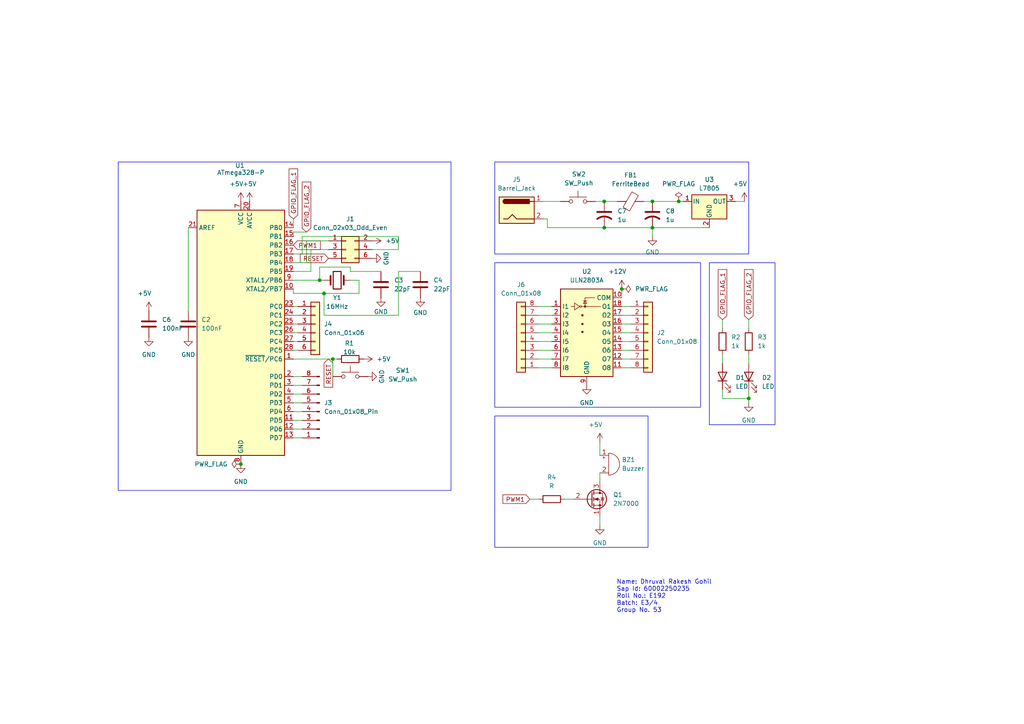
<source format=kicad_sch>
(kicad_sch
	(version 20250114)
	(generator "eeschema")
	(generator_version "9.0")
	(uuid "e2be41ba-44c8-42c2-9f4b-1ff4b7b530cd")
	(paper "A4")
	(lib_symbols
		(symbol "Connector:Barrel_Jack"
			(pin_names
				(offset 1.016)
			)
			(exclude_from_sim no)
			(in_bom yes)
			(on_board yes)
			(property "Reference" "J"
				(at 0 5.334 0)
				(effects
					(font
						(size 1.27 1.27)
					)
				)
			)
			(property "Value" "Barrel_Jack"
				(at 0 -5.08 0)
				(effects
					(font
						(size 1.27 1.27)
					)
				)
			)
			(property "Footprint" ""
				(at 1.27 -1.016 0)
				(effects
					(font
						(size 1.27 1.27)
					)
					(hide yes)
				)
			)
			(property "Datasheet" "~"
				(at 1.27 -1.016 0)
				(effects
					(font
						(size 1.27 1.27)
					)
					(hide yes)
				)
			)
			(property "Description" "DC Barrel Jack"
				(at 0 0 0)
				(effects
					(font
						(size 1.27 1.27)
					)
					(hide yes)
				)
			)
			(property "ki_keywords" "DC power barrel jack connector"
				(at 0 0 0)
				(effects
					(font
						(size 1.27 1.27)
					)
					(hide yes)
				)
			)
			(property "ki_fp_filters" "BarrelJack*"
				(at 0 0 0)
				(effects
					(font
						(size 1.27 1.27)
					)
					(hide yes)
				)
			)
			(symbol "Barrel_Jack_0_1"
				(rectangle
					(start -5.08 3.81)
					(end 5.08 -3.81)
					(stroke
						(width 0.254)
						(type default)
					)
					(fill
						(type background)
					)
				)
				(polyline
					(pts
						(xy -3.81 -2.54) (xy -2.54 -2.54) (xy -1.27 -1.27) (xy 0 -2.54) (xy 2.54 -2.54) (xy 5.08 -2.54)
					)
					(stroke
						(width 0.254)
						(type default)
					)
					(fill
						(type none)
					)
				)
				(arc
					(start -3.302 1.905)
					(mid -3.9343 2.54)
					(end -3.302 3.175)
					(stroke
						(width 0.254)
						(type default)
					)
					(fill
						(type none)
					)
				)
				(arc
					(start -3.302 1.905)
					(mid -3.9343 2.54)
					(end -3.302 3.175)
					(stroke
						(width 0.254)
						(type default)
					)
					(fill
						(type outline)
					)
				)
				(rectangle
					(start 3.683 3.175)
					(end -3.302 1.905)
					(stroke
						(width 0.254)
						(type default)
					)
					(fill
						(type outline)
					)
				)
				(polyline
					(pts
						(xy 5.08 2.54) (xy 3.81 2.54)
					)
					(stroke
						(width 0.254)
						(type default)
					)
					(fill
						(type none)
					)
				)
			)
			(symbol "Barrel_Jack_1_1"
				(pin passive line
					(at 7.62 2.54 180)
					(length 2.54)
					(name "~"
						(effects
							(font
								(size 1.27 1.27)
							)
						)
					)
					(number "1"
						(effects
							(font
								(size 1.27 1.27)
							)
						)
					)
				)
				(pin passive line
					(at 7.62 -2.54 180)
					(length 2.54)
					(name "~"
						(effects
							(font
								(size 1.27 1.27)
							)
						)
					)
					(number "2"
						(effects
							(font
								(size 1.27 1.27)
							)
						)
					)
				)
			)
			(embedded_fonts no)
		)
		(symbol "Connector:Conn_01x08_Pin"
			(pin_names
				(offset 1.016)
				(hide yes)
			)
			(exclude_from_sim no)
			(in_bom yes)
			(on_board yes)
			(property "Reference" "J"
				(at 0 10.16 0)
				(effects
					(font
						(size 1.27 1.27)
					)
				)
			)
			(property "Value" "Conn_01x08_Pin"
				(at 0 -12.7 0)
				(effects
					(font
						(size 1.27 1.27)
					)
				)
			)
			(property "Footprint" ""
				(at 0 0 0)
				(effects
					(font
						(size 1.27 1.27)
					)
					(hide yes)
				)
			)
			(property "Datasheet" "~"
				(at 0 0 0)
				(effects
					(font
						(size 1.27 1.27)
					)
					(hide yes)
				)
			)
			(property "Description" "Generic connector, single row, 01x08, script generated"
				(at 0 0 0)
				(effects
					(font
						(size 1.27 1.27)
					)
					(hide yes)
				)
			)
			(property "ki_locked" ""
				(at 0 0 0)
				(effects
					(font
						(size 1.27 1.27)
					)
				)
			)
			(property "ki_keywords" "connector"
				(at 0 0 0)
				(effects
					(font
						(size 1.27 1.27)
					)
					(hide yes)
				)
			)
			(property "ki_fp_filters" "Connector*:*_1x??_*"
				(at 0 0 0)
				(effects
					(font
						(size 1.27 1.27)
					)
					(hide yes)
				)
			)
			(symbol "Conn_01x08_Pin_1_1"
				(rectangle
					(start 0.8636 7.747)
					(end 0 7.493)
					(stroke
						(width 0.1524)
						(type default)
					)
					(fill
						(type outline)
					)
				)
				(rectangle
					(start 0.8636 5.207)
					(end 0 4.953)
					(stroke
						(width 0.1524)
						(type default)
					)
					(fill
						(type outline)
					)
				)
				(rectangle
					(start 0.8636 2.667)
					(end 0 2.413)
					(stroke
						(width 0.1524)
						(type default)
					)
					(fill
						(type outline)
					)
				)
				(rectangle
					(start 0.8636 0.127)
					(end 0 -0.127)
					(stroke
						(width 0.1524)
						(type default)
					)
					(fill
						(type outline)
					)
				)
				(rectangle
					(start 0.8636 -2.413)
					(end 0 -2.667)
					(stroke
						(width 0.1524)
						(type default)
					)
					(fill
						(type outline)
					)
				)
				(rectangle
					(start 0.8636 -4.953)
					(end 0 -5.207)
					(stroke
						(width 0.1524)
						(type default)
					)
					(fill
						(type outline)
					)
				)
				(rectangle
					(start 0.8636 -7.493)
					(end 0 -7.747)
					(stroke
						(width 0.1524)
						(type default)
					)
					(fill
						(type outline)
					)
				)
				(rectangle
					(start 0.8636 -10.033)
					(end 0 -10.287)
					(stroke
						(width 0.1524)
						(type default)
					)
					(fill
						(type outline)
					)
				)
				(polyline
					(pts
						(xy 1.27 7.62) (xy 0.8636 7.62)
					)
					(stroke
						(width 0.1524)
						(type default)
					)
					(fill
						(type none)
					)
				)
				(polyline
					(pts
						(xy 1.27 5.08) (xy 0.8636 5.08)
					)
					(stroke
						(width 0.1524)
						(type default)
					)
					(fill
						(type none)
					)
				)
				(polyline
					(pts
						(xy 1.27 2.54) (xy 0.8636 2.54)
					)
					(stroke
						(width 0.1524)
						(type default)
					)
					(fill
						(type none)
					)
				)
				(polyline
					(pts
						(xy 1.27 0) (xy 0.8636 0)
					)
					(stroke
						(width 0.1524)
						(type default)
					)
					(fill
						(type none)
					)
				)
				(polyline
					(pts
						(xy 1.27 -2.54) (xy 0.8636 -2.54)
					)
					(stroke
						(width 0.1524)
						(type default)
					)
					(fill
						(type none)
					)
				)
				(polyline
					(pts
						(xy 1.27 -5.08) (xy 0.8636 -5.08)
					)
					(stroke
						(width 0.1524)
						(type default)
					)
					(fill
						(type none)
					)
				)
				(polyline
					(pts
						(xy 1.27 -7.62) (xy 0.8636 -7.62)
					)
					(stroke
						(width 0.1524)
						(type default)
					)
					(fill
						(type none)
					)
				)
				(polyline
					(pts
						(xy 1.27 -10.16) (xy 0.8636 -10.16)
					)
					(stroke
						(width 0.1524)
						(type default)
					)
					(fill
						(type none)
					)
				)
				(pin passive line
					(at 5.08 7.62 180)
					(length 3.81)
					(name "Pin_1"
						(effects
							(font
								(size 1.27 1.27)
							)
						)
					)
					(number "1"
						(effects
							(font
								(size 1.27 1.27)
							)
						)
					)
				)
				(pin passive line
					(at 5.08 5.08 180)
					(length 3.81)
					(name "Pin_2"
						(effects
							(font
								(size 1.27 1.27)
							)
						)
					)
					(number "2"
						(effects
							(font
								(size 1.27 1.27)
							)
						)
					)
				)
				(pin passive line
					(at 5.08 2.54 180)
					(length 3.81)
					(name "Pin_3"
						(effects
							(font
								(size 1.27 1.27)
							)
						)
					)
					(number "3"
						(effects
							(font
								(size 1.27 1.27)
							)
						)
					)
				)
				(pin passive line
					(at 5.08 0 180)
					(length 3.81)
					(name "Pin_4"
						(effects
							(font
								(size 1.27 1.27)
							)
						)
					)
					(number "4"
						(effects
							(font
								(size 1.27 1.27)
							)
						)
					)
				)
				(pin passive line
					(at 5.08 -2.54 180)
					(length 3.81)
					(name "Pin_5"
						(effects
							(font
								(size 1.27 1.27)
							)
						)
					)
					(number "5"
						(effects
							(font
								(size 1.27 1.27)
							)
						)
					)
				)
				(pin passive line
					(at 5.08 -5.08 180)
					(length 3.81)
					(name "Pin_6"
						(effects
							(font
								(size 1.27 1.27)
							)
						)
					)
					(number "6"
						(effects
							(font
								(size 1.27 1.27)
							)
						)
					)
				)
				(pin passive line
					(at 5.08 -7.62 180)
					(length 3.81)
					(name "Pin_7"
						(effects
							(font
								(size 1.27 1.27)
							)
						)
					)
					(number "7"
						(effects
							(font
								(size 1.27 1.27)
							)
						)
					)
				)
				(pin passive line
					(at 5.08 -10.16 180)
					(length 3.81)
					(name "Pin_8"
						(effects
							(font
								(size 1.27 1.27)
							)
						)
					)
					(number "8"
						(effects
							(font
								(size 1.27 1.27)
							)
						)
					)
				)
			)
			(embedded_fonts no)
		)
		(symbol "Connector_Generic:Conn_01x06"
			(pin_names
				(offset 1.016)
				(hide yes)
			)
			(exclude_from_sim no)
			(in_bom yes)
			(on_board yes)
			(property "Reference" "J"
				(at 0 7.62 0)
				(effects
					(font
						(size 1.27 1.27)
					)
				)
			)
			(property "Value" "Conn_01x06"
				(at 0 -10.16 0)
				(effects
					(font
						(size 1.27 1.27)
					)
				)
			)
			(property "Footprint" ""
				(at 0 0 0)
				(effects
					(font
						(size 1.27 1.27)
					)
					(hide yes)
				)
			)
			(property "Datasheet" "~"
				(at 0 0 0)
				(effects
					(font
						(size 1.27 1.27)
					)
					(hide yes)
				)
			)
			(property "Description" "Generic connector, single row, 01x06, script generated (kicad-library-utils/schlib/autogen/connector/)"
				(at 0 0 0)
				(effects
					(font
						(size 1.27 1.27)
					)
					(hide yes)
				)
			)
			(property "ki_keywords" "connector"
				(at 0 0 0)
				(effects
					(font
						(size 1.27 1.27)
					)
					(hide yes)
				)
			)
			(property "ki_fp_filters" "Connector*:*_1x??_*"
				(at 0 0 0)
				(effects
					(font
						(size 1.27 1.27)
					)
					(hide yes)
				)
			)
			(symbol "Conn_01x06_1_1"
				(rectangle
					(start -1.27 6.35)
					(end 1.27 -8.89)
					(stroke
						(width 0.254)
						(type default)
					)
					(fill
						(type background)
					)
				)
				(rectangle
					(start -1.27 5.207)
					(end 0 4.953)
					(stroke
						(width 0.1524)
						(type default)
					)
					(fill
						(type none)
					)
				)
				(rectangle
					(start -1.27 2.667)
					(end 0 2.413)
					(stroke
						(width 0.1524)
						(type default)
					)
					(fill
						(type none)
					)
				)
				(rectangle
					(start -1.27 0.127)
					(end 0 -0.127)
					(stroke
						(width 0.1524)
						(type default)
					)
					(fill
						(type none)
					)
				)
				(rectangle
					(start -1.27 -2.413)
					(end 0 -2.667)
					(stroke
						(width 0.1524)
						(type default)
					)
					(fill
						(type none)
					)
				)
				(rectangle
					(start -1.27 -4.953)
					(end 0 -5.207)
					(stroke
						(width 0.1524)
						(type default)
					)
					(fill
						(type none)
					)
				)
				(rectangle
					(start -1.27 -7.493)
					(end 0 -7.747)
					(stroke
						(width 0.1524)
						(type default)
					)
					(fill
						(type none)
					)
				)
				(pin passive line
					(at -5.08 5.08 0)
					(length 3.81)
					(name "Pin_1"
						(effects
							(font
								(size 1.27 1.27)
							)
						)
					)
					(number "1"
						(effects
							(font
								(size 1.27 1.27)
							)
						)
					)
				)
				(pin passive line
					(at -5.08 2.54 0)
					(length 3.81)
					(name "Pin_2"
						(effects
							(font
								(size 1.27 1.27)
							)
						)
					)
					(number "2"
						(effects
							(font
								(size 1.27 1.27)
							)
						)
					)
				)
				(pin passive line
					(at -5.08 0 0)
					(length 3.81)
					(name "Pin_3"
						(effects
							(font
								(size 1.27 1.27)
							)
						)
					)
					(number "3"
						(effects
							(font
								(size 1.27 1.27)
							)
						)
					)
				)
				(pin passive line
					(at -5.08 -2.54 0)
					(length 3.81)
					(name "Pin_4"
						(effects
							(font
								(size 1.27 1.27)
							)
						)
					)
					(number "4"
						(effects
							(font
								(size 1.27 1.27)
							)
						)
					)
				)
				(pin passive line
					(at -5.08 -5.08 0)
					(length 3.81)
					(name "Pin_5"
						(effects
							(font
								(size 1.27 1.27)
							)
						)
					)
					(number "5"
						(effects
							(font
								(size 1.27 1.27)
							)
						)
					)
				)
				(pin passive line
					(at -5.08 -7.62 0)
					(length 3.81)
					(name "Pin_6"
						(effects
							(font
								(size 1.27 1.27)
							)
						)
					)
					(number "6"
						(effects
							(font
								(size 1.27 1.27)
							)
						)
					)
				)
			)
			(embedded_fonts no)
		)
		(symbol "Connector_Generic:Conn_01x08"
			(pin_names
				(offset 1.016)
				(hide yes)
			)
			(exclude_from_sim no)
			(in_bom yes)
			(on_board yes)
			(property "Reference" "J"
				(at 0 10.16 0)
				(effects
					(font
						(size 1.27 1.27)
					)
				)
			)
			(property "Value" "Conn_01x08"
				(at 0 -12.7 0)
				(effects
					(font
						(size 1.27 1.27)
					)
				)
			)
			(property "Footprint" ""
				(at 0 0 0)
				(effects
					(font
						(size 1.27 1.27)
					)
					(hide yes)
				)
			)
			(property "Datasheet" "~"
				(at 0 0 0)
				(effects
					(font
						(size 1.27 1.27)
					)
					(hide yes)
				)
			)
			(property "Description" "Generic connector, single row, 01x08, script generated (kicad-library-utils/schlib/autogen/connector/)"
				(at 0 0 0)
				(effects
					(font
						(size 1.27 1.27)
					)
					(hide yes)
				)
			)
			(property "ki_keywords" "connector"
				(at 0 0 0)
				(effects
					(font
						(size 1.27 1.27)
					)
					(hide yes)
				)
			)
			(property "ki_fp_filters" "Connector*:*_1x??_*"
				(at 0 0 0)
				(effects
					(font
						(size 1.27 1.27)
					)
					(hide yes)
				)
			)
			(symbol "Conn_01x08_1_1"
				(rectangle
					(start -1.27 8.89)
					(end 1.27 -11.43)
					(stroke
						(width 0.254)
						(type default)
					)
					(fill
						(type background)
					)
				)
				(rectangle
					(start -1.27 7.747)
					(end 0 7.493)
					(stroke
						(width 0.1524)
						(type default)
					)
					(fill
						(type none)
					)
				)
				(rectangle
					(start -1.27 5.207)
					(end 0 4.953)
					(stroke
						(width 0.1524)
						(type default)
					)
					(fill
						(type none)
					)
				)
				(rectangle
					(start -1.27 2.667)
					(end 0 2.413)
					(stroke
						(width 0.1524)
						(type default)
					)
					(fill
						(type none)
					)
				)
				(rectangle
					(start -1.27 0.127)
					(end 0 -0.127)
					(stroke
						(width 0.1524)
						(type default)
					)
					(fill
						(type none)
					)
				)
				(rectangle
					(start -1.27 -2.413)
					(end 0 -2.667)
					(stroke
						(width 0.1524)
						(type default)
					)
					(fill
						(type none)
					)
				)
				(rectangle
					(start -1.27 -4.953)
					(end 0 -5.207)
					(stroke
						(width 0.1524)
						(type default)
					)
					(fill
						(type none)
					)
				)
				(rectangle
					(start -1.27 -7.493)
					(end 0 -7.747)
					(stroke
						(width 0.1524)
						(type default)
					)
					(fill
						(type none)
					)
				)
				(rectangle
					(start -1.27 -10.033)
					(end 0 -10.287)
					(stroke
						(width 0.1524)
						(type default)
					)
					(fill
						(type none)
					)
				)
				(pin passive line
					(at -5.08 7.62 0)
					(length 3.81)
					(name "Pin_1"
						(effects
							(font
								(size 1.27 1.27)
							)
						)
					)
					(number "1"
						(effects
							(font
								(size 1.27 1.27)
							)
						)
					)
				)
				(pin passive line
					(at -5.08 5.08 0)
					(length 3.81)
					(name "Pin_2"
						(effects
							(font
								(size 1.27 1.27)
							)
						)
					)
					(number "2"
						(effects
							(font
								(size 1.27 1.27)
							)
						)
					)
				)
				(pin passive line
					(at -5.08 2.54 0)
					(length 3.81)
					(name "Pin_3"
						(effects
							(font
								(size 1.27 1.27)
							)
						)
					)
					(number "3"
						(effects
							(font
								(size 1.27 1.27)
							)
						)
					)
				)
				(pin passive line
					(at -5.08 0 0)
					(length 3.81)
					(name "Pin_4"
						(effects
							(font
								(size 1.27 1.27)
							)
						)
					)
					(number "4"
						(effects
							(font
								(size 1.27 1.27)
							)
						)
					)
				)
				(pin passive line
					(at -5.08 -2.54 0)
					(length 3.81)
					(name "Pin_5"
						(effects
							(font
								(size 1.27 1.27)
							)
						)
					)
					(number "5"
						(effects
							(font
								(size 1.27 1.27)
							)
						)
					)
				)
				(pin passive line
					(at -5.08 -5.08 0)
					(length 3.81)
					(name "Pin_6"
						(effects
							(font
								(size 1.27 1.27)
							)
						)
					)
					(number "6"
						(effects
							(font
								(size 1.27 1.27)
							)
						)
					)
				)
				(pin passive line
					(at -5.08 -7.62 0)
					(length 3.81)
					(name "Pin_7"
						(effects
							(font
								(size 1.27 1.27)
							)
						)
					)
					(number "7"
						(effects
							(font
								(size 1.27 1.27)
							)
						)
					)
				)
				(pin passive line
					(at -5.08 -10.16 0)
					(length 3.81)
					(name "Pin_8"
						(effects
							(font
								(size 1.27 1.27)
							)
						)
					)
					(number "8"
						(effects
							(font
								(size 1.27 1.27)
							)
						)
					)
				)
			)
			(embedded_fonts no)
		)
		(symbol "Connector_Generic:Conn_02x03_Odd_Even"
			(pin_names
				(offset 1.016)
				(hide yes)
			)
			(exclude_from_sim no)
			(in_bom yes)
			(on_board yes)
			(property "Reference" "J"
				(at 1.27 5.08 0)
				(effects
					(font
						(size 1.27 1.27)
					)
				)
			)
			(property "Value" "Conn_02x03_Odd_Even"
				(at 1.27 -5.08 0)
				(effects
					(font
						(size 1.27 1.27)
					)
				)
			)
			(property "Footprint" ""
				(at 0 0 0)
				(effects
					(font
						(size 1.27 1.27)
					)
					(hide yes)
				)
			)
			(property "Datasheet" "~"
				(at 0 0 0)
				(effects
					(font
						(size 1.27 1.27)
					)
					(hide yes)
				)
			)
			(property "Description" "Generic connector, double row, 02x03, odd/even pin numbering scheme (row 1 odd numbers, row 2 even numbers), script generated (kicad-library-utils/schlib/autogen/connector/)"
				(at 0 0 0)
				(effects
					(font
						(size 1.27 1.27)
					)
					(hide yes)
				)
			)
			(property "ki_keywords" "connector"
				(at 0 0 0)
				(effects
					(font
						(size 1.27 1.27)
					)
					(hide yes)
				)
			)
			(property "ki_fp_filters" "Connector*:*_2x??_*"
				(at 0 0 0)
				(effects
					(font
						(size 1.27 1.27)
					)
					(hide yes)
				)
			)
			(symbol "Conn_02x03_Odd_Even_1_1"
				(rectangle
					(start -1.27 3.81)
					(end 3.81 -3.81)
					(stroke
						(width 0.254)
						(type default)
					)
					(fill
						(type background)
					)
				)
				(rectangle
					(start -1.27 2.667)
					(end 0 2.413)
					(stroke
						(width 0.1524)
						(type default)
					)
					(fill
						(type none)
					)
				)
				(rectangle
					(start -1.27 0.127)
					(end 0 -0.127)
					(stroke
						(width 0.1524)
						(type default)
					)
					(fill
						(type none)
					)
				)
				(rectangle
					(start -1.27 -2.413)
					(end 0 -2.667)
					(stroke
						(width 0.1524)
						(type default)
					)
					(fill
						(type none)
					)
				)
				(rectangle
					(start 3.81 2.667)
					(end 2.54 2.413)
					(stroke
						(width 0.1524)
						(type default)
					)
					(fill
						(type none)
					)
				)
				(rectangle
					(start 3.81 0.127)
					(end 2.54 -0.127)
					(stroke
						(width 0.1524)
						(type default)
					)
					(fill
						(type none)
					)
				)
				(rectangle
					(start 3.81 -2.413)
					(end 2.54 -2.667)
					(stroke
						(width 0.1524)
						(type default)
					)
					(fill
						(type none)
					)
				)
				(pin passive line
					(at -5.08 2.54 0)
					(length 3.81)
					(name "Pin_1"
						(effects
							(font
								(size 1.27 1.27)
							)
						)
					)
					(number "1"
						(effects
							(font
								(size 1.27 1.27)
							)
						)
					)
				)
				(pin passive line
					(at -5.08 0 0)
					(length 3.81)
					(name "Pin_3"
						(effects
							(font
								(size 1.27 1.27)
							)
						)
					)
					(number "3"
						(effects
							(font
								(size 1.27 1.27)
							)
						)
					)
				)
				(pin passive line
					(at -5.08 -2.54 0)
					(length 3.81)
					(name "Pin_5"
						(effects
							(font
								(size 1.27 1.27)
							)
						)
					)
					(number "5"
						(effects
							(font
								(size 1.27 1.27)
							)
						)
					)
				)
				(pin passive line
					(at 7.62 2.54 180)
					(length 3.81)
					(name "Pin_2"
						(effects
							(font
								(size 1.27 1.27)
							)
						)
					)
					(number "2"
						(effects
							(font
								(size 1.27 1.27)
							)
						)
					)
				)
				(pin passive line
					(at 7.62 0 180)
					(length 3.81)
					(name "Pin_4"
						(effects
							(font
								(size 1.27 1.27)
							)
						)
					)
					(number "4"
						(effects
							(font
								(size 1.27 1.27)
							)
						)
					)
				)
				(pin passive line
					(at 7.62 -2.54 180)
					(length 3.81)
					(name "Pin_6"
						(effects
							(font
								(size 1.27 1.27)
							)
						)
					)
					(number "6"
						(effects
							(font
								(size 1.27 1.27)
							)
						)
					)
				)
			)
			(embedded_fonts no)
		)
		(symbol "Device:Buzzer"
			(pin_names
				(offset 0.0254)
				(hide yes)
			)
			(exclude_from_sim no)
			(in_bom yes)
			(on_board yes)
			(property "Reference" "BZ"
				(at 3.81 1.27 0)
				(effects
					(font
						(size 1.27 1.27)
					)
					(justify left)
				)
			)
			(property "Value" "Buzzer"
				(at 3.81 -1.27 0)
				(effects
					(font
						(size 1.27 1.27)
					)
					(justify left)
				)
			)
			(property "Footprint" ""
				(at -0.635 2.54 90)
				(effects
					(font
						(size 1.27 1.27)
					)
					(hide yes)
				)
			)
			(property "Datasheet" "~"
				(at -0.635 2.54 90)
				(effects
					(font
						(size 1.27 1.27)
					)
					(hide yes)
				)
			)
			(property "Description" "Buzzer, polarized"
				(at 0 0 0)
				(effects
					(font
						(size 1.27 1.27)
					)
					(hide yes)
				)
			)
			(property "ki_keywords" "quartz resonator ceramic"
				(at 0 0 0)
				(effects
					(font
						(size 1.27 1.27)
					)
					(hide yes)
				)
			)
			(property "ki_fp_filters" "*Buzzer*"
				(at 0 0 0)
				(effects
					(font
						(size 1.27 1.27)
					)
					(hide yes)
				)
			)
			(symbol "Buzzer_0_1"
				(polyline
					(pts
						(xy -1.651 1.905) (xy -1.143 1.905)
					)
					(stroke
						(width 0)
						(type default)
					)
					(fill
						(type none)
					)
				)
				(polyline
					(pts
						(xy -1.397 2.159) (xy -1.397 1.651)
					)
					(stroke
						(width 0)
						(type default)
					)
					(fill
						(type none)
					)
				)
				(arc
					(start 0 3.175)
					(mid 3.1612 0)
					(end 0 -3.175)
					(stroke
						(width 0)
						(type default)
					)
					(fill
						(type none)
					)
				)
				(polyline
					(pts
						(xy 0 3.175) (xy 0 -3.175)
					)
					(stroke
						(width 0)
						(type default)
					)
					(fill
						(type none)
					)
				)
			)
			(symbol "Buzzer_1_1"
				(pin passive line
					(at -2.54 2.54 0)
					(length 2.54)
					(name "+"
						(effects
							(font
								(size 1.27 1.27)
							)
						)
					)
					(number "1"
						(effects
							(font
								(size 1.27 1.27)
							)
						)
					)
				)
				(pin passive line
					(at -2.54 -2.54 0)
					(length 2.54)
					(name "-"
						(effects
							(font
								(size 1.27 1.27)
							)
						)
					)
					(number "2"
						(effects
							(font
								(size 1.27 1.27)
							)
						)
					)
				)
			)
			(embedded_fonts no)
		)
		(symbol "Device:C"
			(pin_numbers
				(hide yes)
			)
			(pin_names
				(offset 0.254)
			)
			(exclude_from_sim no)
			(in_bom yes)
			(on_board yes)
			(property "Reference" "C"
				(at 0.635 2.54 0)
				(effects
					(font
						(size 1.27 1.27)
					)
					(justify left)
				)
			)
			(property "Value" "C"
				(at 0.635 -2.54 0)
				(effects
					(font
						(size 1.27 1.27)
					)
					(justify left)
				)
			)
			(property "Footprint" ""
				(at 0.9652 -3.81 0)
				(effects
					(font
						(size 1.27 1.27)
					)
					(hide yes)
				)
			)
			(property "Datasheet" "~"
				(at 0 0 0)
				(effects
					(font
						(size 1.27 1.27)
					)
					(hide yes)
				)
			)
			(property "Description" "Unpolarized capacitor"
				(at 0 0 0)
				(effects
					(font
						(size 1.27 1.27)
					)
					(hide yes)
				)
			)
			(property "ki_keywords" "cap capacitor"
				(at 0 0 0)
				(effects
					(font
						(size 1.27 1.27)
					)
					(hide yes)
				)
			)
			(property "ki_fp_filters" "C_*"
				(at 0 0 0)
				(effects
					(font
						(size 1.27 1.27)
					)
					(hide yes)
				)
			)
			(symbol "C_0_1"
				(polyline
					(pts
						(xy -2.032 0.762) (xy 2.032 0.762)
					)
					(stroke
						(width 0.508)
						(type default)
					)
					(fill
						(type none)
					)
				)
				(polyline
					(pts
						(xy -2.032 -0.762) (xy 2.032 -0.762)
					)
					(stroke
						(width 0.508)
						(type default)
					)
					(fill
						(type none)
					)
				)
			)
			(symbol "C_1_1"
				(pin passive line
					(at 0 3.81 270)
					(length 2.794)
					(name "~"
						(effects
							(font
								(size 1.27 1.27)
							)
						)
					)
					(number "1"
						(effects
							(font
								(size 1.27 1.27)
							)
						)
					)
				)
				(pin passive line
					(at 0 -3.81 90)
					(length 2.794)
					(name "~"
						(effects
							(font
								(size 1.27 1.27)
							)
						)
					)
					(number "2"
						(effects
							(font
								(size 1.27 1.27)
							)
						)
					)
				)
			)
			(embedded_fonts no)
		)
		(symbol "Device:C_US"
			(pin_numbers
				(hide yes)
			)
			(pin_names
				(offset 0.254)
				(hide yes)
			)
			(exclude_from_sim no)
			(in_bom yes)
			(on_board yes)
			(property "Reference" "C"
				(at 0.635 2.54 0)
				(effects
					(font
						(size 1.27 1.27)
					)
					(justify left)
				)
			)
			(property "Value" "C_US"
				(at 0.635 -2.54 0)
				(effects
					(font
						(size 1.27 1.27)
					)
					(justify left)
				)
			)
			(property "Footprint" ""
				(at 0 0 0)
				(effects
					(font
						(size 1.27 1.27)
					)
					(hide yes)
				)
			)
			(property "Datasheet" ""
				(at 0 0 0)
				(effects
					(font
						(size 1.27 1.27)
					)
					(hide yes)
				)
			)
			(property "Description" "capacitor, US symbol"
				(at 0 0 0)
				(effects
					(font
						(size 1.27 1.27)
					)
					(hide yes)
				)
			)
			(property "ki_keywords" "cap capacitor"
				(at 0 0 0)
				(effects
					(font
						(size 1.27 1.27)
					)
					(hide yes)
				)
			)
			(property "ki_fp_filters" "C_*"
				(at 0 0 0)
				(effects
					(font
						(size 1.27 1.27)
					)
					(hide yes)
				)
			)
			(symbol "C_US_0_1"
				(polyline
					(pts
						(xy -2.032 0.762) (xy 2.032 0.762)
					)
					(stroke
						(width 0.508)
						(type default)
					)
					(fill
						(type none)
					)
				)
				(arc
					(start -2.032 -1.27)
					(mid 0 -0.5572)
					(end 2.032 -1.27)
					(stroke
						(width 0.508)
						(type default)
					)
					(fill
						(type none)
					)
				)
			)
			(symbol "C_US_1_1"
				(pin passive line
					(at 0 3.81 270)
					(length 2.794)
					(name "~"
						(effects
							(font
								(size 1.27 1.27)
							)
						)
					)
					(number "1"
						(effects
							(font
								(size 1.27 1.27)
							)
						)
					)
				)
				(pin passive line
					(at 0 -3.81 90)
					(length 3.302)
					(name "~"
						(effects
							(font
								(size 1.27 1.27)
							)
						)
					)
					(number "2"
						(effects
							(font
								(size 1.27 1.27)
							)
						)
					)
				)
			)
			(embedded_fonts no)
		)
		(symbol "Device:Crystal"
			(pin_numbers
				(hide yes)
			)
			(pin_names
				(offset 1.016)
				(hide yes)
			)
			(exclude_from_sim no)
			(in_bom yes)
			(on_board yes)
			(property "Reference" "Y"
				(at 0 3.81 0)
				(effects
					(font
						(size 1.27 1.27)
					)
				)
			)
			(property "Value" "Crystal"
				(at 0 -3.81 0)
				(effects
					(font
						(size 1.27 1.27)
					)
				)
			)
			(property "Footprint" ""
				(at 0 0 0)
				(effects
					(font
						(size 1.27 1.27)
					)
					(hide yes)
				)
			)
			(property "Datasheet" "~"
				(at 0 0 0)
				(effects
					(font
						(size 1.27 1.27)
					)
					(hide yes)
				)
			)
			(property "Description" "Two pin crystal"
				(at 0 0 0)
				(effects
					(font
						(size 1.27 1.27)
					)
					(hide yes)
				)
			)
			(property "ki_keywords" "quartz ceramic resonator oscillator"
				(at 0 0 0)
				(effects
					(font
						(size 1.27 1.27)
					)
					(hide yes)
				)
			)
			(property "ki_fp_filters" "Crystal*"
				(at 0 0 0)
				(effects
					(font
						(size 1.27 1.27)
					)
					(hide yes)
				)
			)
			(symbol "Crystal_0_1"
				(polyline
					(pts
						(xy -2.54 0) (xy -1.905 0)
					)
					(stroke
						(width 0)
						(type default)
					)
					(fill
						(type none)
					)
				)
				(polyline
					(pts
						(xy -1.905 -1.27) (xy -1.905 1.27)
					)
					(stroke
						(width 0.508)
						(type default)
					)
					(fill
						(type none)
					)
				)
				(rectangle
					(start -1.143 2.54)
					(end 1.143 -2.54)
					(stroke
						(width 0.3048)
						(type default)
					)
					(fill
						(type none)
					)
				)
				(polyline
					(pts
						(xy 1.905 -1.27) (xy 1.905 1.27)
					)
					(stroke
						(width 0.508)
						(type default)
					)
					(fill
						(type none)
					)
				)
				(polyline
					(pts
						(xy 2.54 0) (xy 1.905 0)
					)
					(stroke
						(width 0)
						(type default)
					)
					(fill
						(type none)
					)
				)
			)
			(symbol "Crystal_1_1"
				(pin passive line
					(at -3.81 0 0)
					(length 1.27)
					(name "1"
						(effects
							(font
								(size 1.27 1.27)
							)
						)
					)
					(number "1"
						(effects
							(font
								(size 1.27 1.27)
							)
						)
					)
				)
				(pin passive line
					(at 3.81 0 180)
					(length 1.27)
					(name "2"
						(effects
							(font
								(size 1.27 1.27)
							)
						)
					)
					(number "2"
						(effects
							(font
								(size 1.27 1.27)
							)
						)
					)
				)
			)
			(embedded_fonts no)
		)
		(symbol "Device:FerriteBead"
			(pin_numbers
				(hide yes)
			)
			(pin_names
				(offset 0)
			)
			(exclude_from_sim no)
			(in_bom yes)
			(on_board yes)
			(property "Reference" "FB"
				(at -3.81 0.635 90)
				(effects
					(font
						(size 1.27 1.27)
					)
				)
			)
			(property "Value" "FerriteBead"
				(at 3.81 0 90)
				(effects
					(font
						(size 1.27 1.27)
					)
				)
			)
			(property "Footprint" ""
				(at -1.778 0 90)
				(effects
					(font
						(size 1.27 1.27)
					)
					(hide yes)
				)
			)
			(property "Datasheet" "~"
				(at 0 0 0)
				(effects
					(font
						(size 1.27 1.27)
					)
					(hide yes)
				)
			)
			(property "Description" "Ferrite bead"
				(at 0 0 0)
				(effects
					(font
						(size 1.27 1.27)
					)
					(hide yes)
				)
			)
			(property "ki_keywords" "L ferrite bead inductor filter"
				(at 0 0 0)
				(effects
					(font
						(size 1.27 1.27)
					)
					(hide yes)
				)
			)
			(property "ki_fp_filters" "Inductor_* L_* *Ferrite*"
				(at 0 0 0)
				(effects
					(font
						(size 1.27 1.27)
					)
					(hide yes)
				)
			)
			(symbol "FerriteBead_0_1"
				(polyline
					(pts
						(xy -2.7686 0.4064) (xy -1.7018 2.2606) (xy 2.7686 -0.3048) (xy 1.6764 -2.159) (xy -2.7686 0.4064)
					)
					(stroke
						(width 0)
						(type default)
					)
					(fill
						(type none)
					)
				)
				(polyline
					(pts
						(xy 0 1.27) (xy 0 1.2954)
					)
					(stroke
						(width 0)
						(type default)
					)
					(fill
						(type none)
					)
				)
				(polyline
					(pts
						(xy 0 -1.27) (xy 0 -1.2192)
					)
					(stroke
						(width 0)
						(type default)
					)
					(fill
						(type none)
					)
				)
			)
			(symbol "FerriteBead_1_1"
				(pin passive line
					(at 0 3.81 270)
					(length 2.54)
					(name "~"
						(effects
							(font
								(size 1.27 1.27)
							)
						)
					)
					(number "1"
						(effects
							(font
								(size 1.27 1.27)
							)
						)
					)
				)
				(pin passive line
					(at 0 -3.81 90)
					(length 2.54)
					(name "~"
						(effects
							(font
								(size 1.27 1.27)
							)
						)
					)
					(number "2"
						(effects
							(font
								(size 1.27 1.27)
							)
						)
					)
				)
			)
			(embedded_fonts no)
		)
		(symbol "Device:LED"
			(pin_numbers
				(hide yes)
			)
			(pin_names
				(offset 1.016)
				(hide yes)
			)
			(exclude_from_sim no)
			(in_bom yes)
			(on_board yes)
			(property "Reference" "D"
				(at 0 2.54 0)
				(effects
					(font
						(size 1.27 1.27)
					)
				)
			)
			(property "Value" "LED"
				(at 0 -2.54 0)
				(effects
					(font
						(size 1.27 1.27)
					)
				)
			)
			(property "Footprint" ""
				(at 0 0 0)
				(effects
					(font
						(size 1.27 1.27)
					)
					(hide yes)
				)
			)
			(property "Datasheet" "~"
				(at 0 0 0)
				(effects
					(font
						(size 1.27 1.27)
					)
					(hide yes)
				)
			)
			(property "Description" "Light emitting diode"
				(at 0 0 0)
				(effects
					(font
						(size 1.27 1.27)
					)
					(hide yes)
				)
			)
			(property "Sim.Pins" "1=K 2=A"
				(at 0 0 0)
				(effects
					(font
						(size 1.27 1.27)
					)
					(hide yes)
				)
			)
			(property "ki_keywords" "LED diode"
				(at 0 0 0)
				(effects
					(font
						(size 1.27 1.27)
					)
					(hide yes)
				)
			)
			(property "ki_fp_filters" "LED* LED_SMD:* LED_THT:*"
				(at 0 0 0)
				(effects
					(font
						(size 1.27 1.27)
					)
					(hide yes)
				)
			)
			(symbol "LED_0_1"
				(polyline
					(pts
						(xy -3.048 -0.762) (xy -4.572 -2.286) (xy -3.81 -2.286) (xy -4.572 -2.286) (xy -4.572 -1.524)
					)
					(stroke
						(width 0)
						(type default)
					)
					(fill
						(type none)
					)
				)
				(polyline
					(pts
						(xy -1.778 -0.762) (xy -3.302 -2.286) (xy -2.54 -2.286) (xy -3.302 -2.286) (xy -3.302 -1.524)
					)
					(stroke
						(width 0)
						(type default)
					)
					(fill
						(type none)
					)
				)
				(polyline
					(pts
						(xy -1.27 0) (xy 1.27 0)
					)
					(stroke
						(width 0)
						(type default)
					)
					(fill
						(type none)
					)
				)
				(polyline
					(pts
						(xy -1.27 -1.27) (xy -1.27 1.27)
					)
					(stroke
						(width 0.254)
						(type default)
					)
					(fill
						(type none)
					)
				)
				(polyline
					(pts
						(xy 1.27 -1.27) (xy 1.27 1.27) (xy -1.27 0) (xy 1.27 -1.27)
					)
					(stroke
						(width 0.254)
						(type default)
					)
					(fill
						(type none)
					)
				)
			)
			(symbol "LED_1_1"
				(pin passive line
					(at -3.81 0 0)
					(length 2.54)
					(name "K"
						(effects
							(font
								(size 1.27 1.27)
							)
						)
					)
					(number "1"
						(effects
							(font
								(size 1.27 1.27)
							)
						)
					)
				)
				(pin passive line
					(at 3.81 0 180)
					(length 2.54)
					(name "A"
						(effects
							(font
								(size 1.27 1.27)
							)
						)
					)
					(number "2"
						(effects
							(font
								(size 1.27 1.27)
							)
						)
					)
				)
			)
			(embedded_fonts no)
		)
		(symbol "Device:R"
			(pin_numbers
				(hide yes)
			)
			(pin_names
				(offset 0)
			)
			(exclude_from_sim no)
			(in_bom yes)
			(on_board yes)
			(property "Reference" "R"
				(at 2.032 0 90)
				(effects
					(font
						(size 1.27 1.27)
					)
				)
			)
			(property "Value" "R"
				(at 0 0 90)
				(effects
					(font
						(size 1.27 1.27)
					)
				)
			)
			(property "Footprint" ""
				(at -1.778 0 90)
				(effects
					(font
						(size 1.27 1.27)
					)
					(hide yes)
				)
			)
			(property "Datasheet" "~"
				(at 0 0 0)
				(effects
					(font
						(size 1.27 1.27)
					)
					(hide yes)
				)
			)
			(property "Description" "Resistor"
				(at 0 0 0)
				(effects
					(font
						(size 1.27 1.27)
					)
					(hide yes)
				)
			)
			(property "ki_keywords" "R res resistor"
				(at 0 0 0)
				(effects
					(font
						(size 1.27 1.27)
					)
					(hide yes)
				)
			)
			(property "ki_fp_filters" "R_*"
				(at 0 0 0)
				(effects
					(font
						(size 1.27 1.27)
					)
					(hide yes)
				)
			)
			(symbol "R_0_1"
				(rectangle
					(start -1.016 -2.54)
					(end 1.016 2.54)
					(stroke
						(width 0.254)
						(type default)
					)
					(fill
						(type none)
					)
				)
			)
			(symbol "R_1_1"
				(pin passive line
					(at 0 3.81 270)
					(length 1.27)
					(name "~"
						(effects
							(font
								(size 1.27 1.27)
							)
						)
					)
					(number "1"
						(effects
							(font
								(size 1.27 1.27)
							)
						)
					)
				)
				(pin passive line
					(at 0 -3.81 90)
					(length 1.27)
					(name "~"
						(effects
							(font
								(size 1.27 1.27)
							)
						)
					)
					(number "2"
						(effects
							(font
								(size 1.27 1.27)
							)
						)
					)
				)
			)
			(embedded_fonts no)
		)
		(symbol "MCU_Microchip_ATmega:ATmega328-P"
			(exclude_from_sim no)
			(in_bom yes)
			(on_board yes)
			(property "Reference" "U"
				(at -12.7 36.83 0)
				(effects
					(font
						(size 1.27 1.27)
					)
					(justify left bottom)
				)
			)
			(property "Value" "ATmega328-P"
				(at 2.54 -36.83 0)
				(effects
					(font
						(size 1.27 1.27)
					)
					(justify left top)
				)
			)
			(property "Footprint" "Package_DIP:DIP-28_W7.62mm"
				(at 0 0 0)
				(effects
					(font
						(size 1.27 1.27)
						(italic yes)
					)
					(hide yes)
				)
			)
			(property "Datasheet" "http://ww1.microchip.com/downloads/en/DeviceDoc/ATmega328_P%20AVR%20MCU%20with%20picoPower%20Technology%20Data%20Sheet%2040001984A.pdf"
				(at 0 0 0)
				(effects
					(font
						(size 1.27 1.27)
					)
					(hide yes)
				)
			)
			(property "Description" "20MHz, 32kB Flash, 2kB SRAM, 1kB EEPROM, DIP-28"
				(at 0 0 0)
				(effects
					(font
						(size 1.27 1.27)
					)
					(hide yes)
				)
			)
			(property "ki_keywords" "AVR 8bit Microcontroller MegaAVR"
				(at 0 0 0)
				(effects
					(font
						(size 1.27 1.27)
					)
					(hide yes)
				)
			)
			(property "ki_fp_filters" "DIP*W7.62mm*"
				(at 0 0 0)
				(effects
					(font
						(size 1.27 1.27)
					)
					(hide yes)
				)
			)
			(symbol "ATmega328-P_0_1"
				(rectangle
					(start -12.7 -35.56)
					(end 12.7 35.56)
					(stroke
						(width 0.254)
						(type default)
					)
					(fill
						(type background)
					)
				)
			)
			(symbol "ATmega328-P_1_1"
				(pin passive line
					(at -15.24 30.48 0)
					(length 2.54)
					(name "AREF"
						(effects
							(font
								(size 1.27 1.27)
							)
						)
					)
					(number "21"
						(effects
							(font
								(size 1.27 1.27)
							)
						)
					)
				)
				(pin power_in line
					(at 0 38.1 270)
					(length 2.54)
					(name "VCC"
						(effects
							(font
								(size 1.27 1.27)
							)
						)
					)
					(number "7"
						(effects
							(font
								(size 1.27 1.27)
							)
						)
					)
				)
				(pin passive line
					(at 0 -38.1 90)
					(length 2.54)
					(hide yes)
					(name "GND"
						(effects
							(font
								(size 1.27 1.27)
							)
						)
					)
					(number "22"
						(effects
							(font
								(size 1.27 1.27)
							)
						)
					)
				)
				(pin power_in line
					(at 0 -38.1 90)
					(length 2.54)
					(name "GND"
						(effects
							(font
								(size 1.27 1.27)
							)
						)
					)
					(number "8"
						(effects
							(font
								(size 1.27 1.27)
							)
						)
					)
				)
				(pin power_in line
					(at 2.54 38.1 270)
					(length 2.54)
					(name "AVCC"
						(effects
							(font
								(size 1.27 1.27)
							)
						)
					)
					(number "20"
						(effects
							(font
								(size 1.27 1.27)
							)
						)
					)
				)
				(pin bidirectional line
					(at 15.24 30.48 180)
					(length 2.54)
					(name "PB0"
						(effects
							(font
								(size 1.27 1.27)
							)
						)
					)
					(number "14"
						(effects
							(font
								(size 1.27 1.27)
							)
						)
					)
				)
				(pin bidirectional line
					(at 15.24 27.94 180)
					(length 2.54)
					(name "PB1"
						(effects
							(font
								(size 1.27 1.27)
							)
						)
					)
					(number "15"
						(effects
							(font
								(size 1.27 1.27)
							)
						)
					)
				)
				(pin bidirectional line
					(at 15.24 25.4 180)
					(length 2.54)
					(name "PB2"
						(effects
							(font
								(size 1.27 1.27)
							)
						)
					)
					(number "16"
						(effects
							(font
								(size 1.27 1.27)
							)
						)
					)
				)
				(pin bidirectional line
					(at 15.24 22.86 180)
					(length 2.54)
					(name "PB3"
						(effects
							(font
								(size 1.27 1.27)
							)
						)
					)
					(number "17"
						(effects
							(font
								(size 1.27 1.27)
							)
						)
					)
				)
				(pin bidirectional line
					(at 15.24 20.32 180)
					(length 2.54)
					(name "PB4"
						(effects
							(font
								(size 1.27 1.27)
							)
						)
					)
					(number "18"
						(effects
							(font
								(size 1.27 1.27)
							)
						)
					)
				)
				(pin bidirectional line
					(at 15.24 17.78 180)
					(length 2.54)
					(name "PB5"
						(effects
							(font
								(size 1.27 1.27)
							)
						)
					)
					(number "19"
						(effects
							(font
								(size 1.27 1.27)
							)
						)
					)
				)
				(pin bidirectional line
					(at 15.24 15.24 180)
					(length 2.54)
					(name "XTAL1/PB6"
						(effects
							(font
								(size 1.27 1.27)
							)
						)
					)
					(number "9"
						(effects
							(font
								(size 1.27 1.27)
							)
						)
					)
				)
				(pin bidirectional line
					(at 15.24 12.7 180)
					(length 2.54)
					(name "XTAL2/PB7"
						(effects
							(font
								(size 1.27 1.27)
							)
						)
					)
					(number "10"
						(effects
							(font
								(size 1.27 1.27)
							)
						)
					)
				)
				(pin bidirectional line
					(at 15.24 7.62 180)
					(length 2.54)
					(name "PC0"
						(effects
							(font
								(size 1.27 1.27)
							)
						)
					)
					(number "23"
						(effects
							(font
								(size 1.27 1.27)
							)
						)
					)
				)
				(pin bidirectional line
					(at 15.24 5.08 180)
					(length 2.54)
					(name "PC1"
						(effects
							(font
								(size 1.27 1.27)
							)
						)
					)
					(number "24"
						(effects
							(font
								(size 1.27 1.27)
							)
						)
					)
				)
				(pin bidirectional line
					(at 15.24 2.54 180)
					(length 2.54)
					(name "PC2"
						(effects
							(font
								(size 1.27 1.27)
							)
						)
					)
					(number "25"
						(effects
							(font
								(size 1.27 1.27)
							)
						)
					)
				)
				(pin bidirectional line
					(at 15.24 0 180)
					(length 2.54)
					(name "PC3"
						(effects
							(font
								(size 1.27 1.27)
							)
						)
					)
					(number "26"
						(effects
							(font
								(size 1.27 1.27)
							)
						)
					)
				)
				(pin bidirectional line
					(at 15.24 -2.54 180)
					(length 2.54)
					(name "PC4"
						(effects
							(font
								(size 1.27 1.27)
							)
						)
					)
					(number "27"
						(effects
							(font
								(size 1.27 1.27)
							)
						)
					)
				)
				(pin bidirectional line
					(at 15.24 -5.08 180)
					(length 2.54)
					(name "PC5"
						(effects
							(font
								(size 1.27 1.27)
							)
						)
					)
					(number "28"
						(effects
							(font
								(size 1.27 1.27)
							)
						)
					)
				)
				(pin bidirectional line
					(at 15.24 -7.62 180)
					(length 2.54)
					(name "~{RESET}/PC6"
						(effects
							(font
								(size 1.27 1.27)
							)
						)
					)
					(number "1"
						(effects
							(font
								(size 1.27 1.27)
							)
						)
					)
				)
				(pin bidirectional line
					(at 15.24 -12.7 180)
					(length 2.54)
					(name "PD0"
						(effects
							(font
								(size 1.27 1.27)
							)
						)
					)
					(number "2"
						(effects
							(font
								(size 1.27 1.27)
							)
						)
					)
				)
				(pin bidirectional line
					(at 15.24 -15.24 180)
					(length 2.54)
					(name "PD1"
						(effects
							(font
								(size 1.27 1.27)
							)
						)
					)
					(number "3"
						(effects
							(font
								(size 1.27 1.27)
							)
						)
					)
				)
				(pin bidirectional line
					(at 15.24 -17.78 180)
					(length 2.54)
					(name "PD2"
						(effects
							(font
								(size 1.27 1.27)
							)
						)
					)
					(number "4"
						(effects
							(font
								(size 1.27 1.27)
							)
						)
					)
				)
				(pin bidirectional line
					(at 15.24 -20.32 180)
					(length 2.54)
					(name "PD3"
						(effects
							(font
								(size 1.27 1.27)
							)
						)
					)
					(number "5"
						(effects
							(font
								(size 1.27 1.27)
							)
						)
					)
				)
				(pin bidirectional line
					(at 15.24 -22.86 180)
					(length 2.54)
					(name "PD4"
						(effects
							(font
								(size 1.27 1.27)
							)
						)
					)
					(number "6"
						(effects
							(font
								(size 1.27 1.27)
							)
						)
					)
				)
				(pin bidirectional line
					(at 15.24 -25.4 180)
					(length 2.54)
					(name "PD5"
						(effects
							(font
								(size 1.27 1.27)
							)
						)
					)
					(number "11"
						(effects
							(font
								(size 1.27 1.27)
							)
						)
					)
				)
				(pin bidirectional line
					(at 15.24 -27.94 180)
					(length 2.54)
					(name "PD6"
						(effects
							(font
								(size 1.27 1.27)
							)
						)
					)
					(number "12"
						(effects
							(font
								(size 1.27 1.27)
							)
						)
					)
				)
				(pin bidirectional line
					(at 15.24 -30.48 180)
					(length 2.54)
					(name "PD7"
						(effects
							(font
								(size 1.27 1.27)
							)
						)
					)
					(number "13"
						(effects
							(font
								(size 1.27 1.27)
							)
						)
					)
				)
			)
			(embedded_fonts no)
		)
		(symbol "Regulator_Linear:L7805"
			(pin_names
				(offset 0.254)
			)
			(exclude_from_sim no)
			(in_bom yes)
			(on_board yes)
			(property "Reference" "U"
				(at -3.81 3.175 0)
				(effects
					(font
						(size 1.27 1.27)
					)
				)
			)
			(property "Value" "L7805"
				(at 0 3.175 0)
				(effects
					(font
						(size 1.27 1.27)
					)
					(justify left)
				)
			)
			(property "Footprint" ""
				(at 0.635 -3.81 0)
				(effects
					(font
						(size 1.27 1.27)
						(italic yes)
					)
					(justify left)
					(hide yes)
				)
			)
			(property "Datasheet" "http://www.st.com/content/ccc/resource/technical/document/datasheet/41/4f/b3/b0/12/d4/47/88/CD00000444.pdf/files/CD00000444.pdf/jcr:content/translations/en.CD00000444.pdf"
				(at 0 -1.27 0)
				(effects
					(font
						(size 1.27 1.27)
					)
					(hide yes)
				)
			)
			(property "Description" "Positive 1.5A 35V Linear Regulator, Fixed Output 5V, TO-220/TO-263/TO-252"
				(at 0 0 0)
				(effects
					(font
						(size 1.27 1.27)
					)
					(hide yes)
				)
			)
			(property "ki_keywords" "Voltage Regulator 1.5A Positive"
				(at 0 0 0)
				(effects
					(font
						(size 1.27 1.27)
					)
					(hide yes)
				)
			)
			(property "ki_fp_filters" "TO?252* TO?263* TO?220*"
				(at 0 0 0)
				(effects
					(font
						(size 1.27 1.27)
					)
					(hide yes)
				)
			)
			(symbol "L7805_0_1"
				(rectangle
					(start -5.08 1.905)
					(end 5.08 -5.08)
					(stroke
						(width 0.254)
						(type default)
					)
					(fill
						(type background)
					)
				)
			)
			(symbol "L7805_1_1"
				(pin power_in line
					(at -7.62 0 0)
					(length 2.54)
					(name "IN"
						(effects
							(font
								(size 1.27 1.27)
							)
						)
					)
					(number "1"
						(effects
							(font
								(size 1.27 1.27)
							)
						)
					)
				)
				(pin power_in line
					(at 0 -7.62 90)
					(length 2.54)
					(name "GND"
						(effects
							(font
								(size 1.27 1.27)
							)
						)
					)
					(number "2"
						(effects
							(font
								(size 1.27 1.27)
							)
						)
					)
				)
				(pin power_out line
					(at 7.62 0 180)
					(length 2.54)
					(name "OUT"
						(effects
							(font
								(size 1.27 1.27)
							)
						)
					)
					(number "3"
						(effects
							(font
								(size 1.27 1.27)
							)
						)
					)
				)
			)
			(embedded_fonts no)
		)
		(symbol "Switch:SW_Push"
			(pin_numbers
				(hide yes)
			)
			(pin_names
				(offset 1.016)
				(hide yes)
			)
			(exclude_from_sim no)
			(in_bom yes)
			(on_board yes)
			(property "Reference" "SW"
				(at 1.27 2.54 0)
				(effects
					(font
						(size 1.27 1.27)
					)
					(justify left)
				)
			)
			(property "Value" "SW_Push"
				(at 0 -1.524 0)
				(effects
					(font
						(size 1.27 1.27)
					)
				)
			)
			(property "Footprint" ""
				(at 0 5.08 0)
				(effects
					(font
						(size 1.27 1.27)
					)
					(hide yes)
				)
			)
			(property "Datasheet" "~"
				(at 0 5.08 0)
				(effects
					(font
						(size 1.27 1.27)
					)
					(hide yes)
				)
			)
			(property "Description" "Push button switch, generic, two pins"
				(at 0 0 0)
				(effects
					(font
						(size 1.27 1.27)
					)
					(hide yes)
				)
			)
			(property "ki_keywords" "switch normally-open pushbutton push-button"
				(at 0 0 0)
				(effects
					(font
						(size 1.27 1.27)
					)
					(hide yes)
				)
			)
			(symbol "SW_Push_0_1"
				(circle
					(center -2.032 0)
					(radius 0.508)
					(stroke
						(width 0)
						(type default)
					)
					(fill
						(type none)
					)
				)
				(polyline
					(pts
						(xy 0 1.27) (xy 0 3.048)
					)
					(stroke
						(width 0)
						(type default)
					)
					(fill
						(type none)
					)
				)
				(circle
					(center 2.032 0)
					(radius 0.508)
					(stroke
						(width 0)
						(type default)
					)
					(fill
						(type none)
					)
				)
				(polyline
					(pts
						(xy 2.54 1.27) (xy -2.54 1.27)
					)
					(stroke
						(width 0)
						(type default)
					)
					(fill
						(type none)
					)
				)
				(pin passive line
					(at -5.08 0 0)
					(length 2.54)
					(name "1"
						(effects
							(font
								(size 1.27 1.27)
							)
						)
					)
					(number "1"
						(effects
							(font
								(size 1.27 1.27)
							)
						)
					)
				)
				(pin passive line
					(at 5.08 0 180)
					(length 2.54)
					(name "2"
						(effects
							(font
								(size 1.27 1.27)
							)
						)
					)
					(number "2"
						(effects
							(font
								(size 1.27 1.27)
							)
						)
					)
				)
			)
			(embedded_fonts no)
		)
		(symbol "Transistor_Array:ULN2803A"
			(exclude_from_sim no)
			(in_bom yes)
			(on_board yes)
			(property "Reference" "U"
				(at 0 13.335 0)
				(effects
					(font
						(size 1.27 1.27)
					)
				)
			)
			(property "Value" "ULN2803A"
				(at 0 11.43 0)
				(effects
					(font
						(size 1.27 1.27)
					)
				)
			)
			(property "Footprint" ""
				(at 1.27 -16.51 0)
				(effects
					(font
						(size 1.27 1.27)
					)
					(justify left)
					(hide yes)
				)
			)
			(property "Datasheet" "http://www.ti.com/lit/ds/symlink/uln2803a.pdf"
				(at 2.54 -5.08 0)
				(effects
					(font
						(size 1.27 1.27)
					)
					(hide yes)
				)
			)
			(property "Description" "Darlington Transistor Arrays, SOIC18/DIP18"
				(at 0 0 0)
				(effects
					(font
						(size 1.27 1.27)
					)
					(hide yes)
				)
			)
			(property "ki_keywords" "Darlington transistor array"
				(at 0 0 0)
				(effects
					(font
						(size 1.27 1.27)
					)
					(hide yes)
				)
			)
			(property "ki_fp_filters" "DIP*W7.62mm* SOIC*7.5x11.6mm*P1.27mm*"
				(at 0 0 0)
				(effects
					(font
						(size 1.27 1.27)
					)
					(hide yes)
				)
			)
			(symbol "ULN2803A_0_1"
				(rectangle
					(start -7.62 -15.24)
					(end 7.62 10.16)
					(stroke
						(width 0.254)
						(type default)
					)
					(fill
						(type background)
					)
				)
				(polyline
					(pts
						(xy -4.572 5.08) (xy -3.556 5.08)
					)
					(stroke
						(width 0)
						(type default)
					)
					(fill
						(type none)
					)
				)
				(polyline
					(pts
						(xy -3.556 6.096) (xy -3.556 4.064) (xy -2.032 5.08) (xy -3.556 6.096)
					)
					(stroke
						(width 0)
						(type default)
					)
					(fill
						(type none)
					)
				)
				(circle
					(center -1.778 5.08)
					(radius 0.254)
					(stroke
						(width 0)
						(type default)
					)
					(fill
						(type none)
					)
				)
				(polyline
					(pts
						(xy -1.524 5.08) (xy 4.064 5.08)
					)
					(stroke
						(width 0)
						(type default)
					)
					(fill
						(type none)
					)
				)
				(circle
					(center -1.27 2.54)
					(radius 0.254)
					(stroke
						(width 0)
						(type default)
					)
					(fill
						(type outline)
					)
				)
				(circle
					(center -1.27 0)
					(radius 0.254)
					(stroke
						(width 0)
						(type default)
					)
					(fill
						(type outline)
					)
				)
				(circle
					(center -1.27 -2.286)
					(radius 0.254)
					(stroke
						(width 0)
						(type default)
					)
					(fill
						(type outline)
					)
				)
				(circle
					(center -0.508 5.08)
					(radius 0.254)
					(stroke
						(width 0)
						(type default)
					)
					(fill
						(type outline)
					)
				)
				(polyline
					(pts
						(xy -0.508 5.08) (xy -0.508 7.62) (xy 2.286 7.62)
					)
					(stroke
						(width 0)
						(type default)
					)
					(fill
						(type none)
					)
				)
				(polyline
					(pts
						(xy 0 6.731) (xy -1.016 6.731)
					)
					(stroke
						(width 0)
						(type default)
					)
					(fill
						(type none)
					)
				)
				(polyline
					(pts
						(xy 0 5.969) (xy -1.016 5.969) (xy -0.508 6.731) (xy 0 5.969)
					)
					(stroke
						(width 0)
						(type default)
					)
					(fill
						(type none)
					)
				)
			)
			(symbol "ULN2803A_1_1"
				(pin input line
					(at -10.16 5.08 0)
					(length 2.54)
					(name "I1"
						(effects
							(font
								(size 1.27 1.27)
							)
						)
					)
					(number "1"
						(effects
							(font
								(size 1.27 1.27)
							)
						)
					)
				)
				(pin input line
					(at -10.16 2.54 0)
					(length 2.54)
					(name "I2"
						(effects
							(font
								(size 1.27 1.27)
							)
						)
					)
					(number "2"
						(effects
							(font
								(size 1.27 1.27)
							)
						)
					)
				)
				(pin input line
					(at -10.16 0 0)
					(length 2.54)
					(name "I3"
						(effects
							(font
								(size 1.27 1.27)
							)
						)
					)
					(number "3"
						(effects
							(font
								(size 1.27 1.27)
							)
						)
					)
				)
				(pin input line
					(at -10.16 -2.54 0)
					(length 2.54)
					(name "I4"
						(effects
							(font
								(size 1.27 1.27)
							)
						)
					)
					(number "4"
						(effects
							(font
								(size 1.27 1.27)
							)
						)
					)
				)
				(pin input line
					(at -10.16 -5.08 0)
					(length 2.54)
					(name "I5"
						(effects
							(font
								(size 1.27 1.27)
							)
						)
					)
					(number "5"
						(effects
							(font
								(size 1.27 1.27)
							)
						)
					)
				)
				(pin input line
					(at -10.16 -7.62 0)
					(length 2.54)
					(name "I6"
						(effects
							(font
								(size 1.27 1.27)
							)
						)
					)
					(number "6"
						(effects
							(font
								(size 1.27 1.27)
							)
						)
					)
				)
				(pin input line
					(at -10.16 -10.16 0)
					(length 2.54)
					(name "I7"
						(effects
							(font
								(size 1.27 1.27)
							)
						)
					)
					(number "7"
						(effects
							(font
								(size 1.27 1.27)
							)
						)
					)
				)
				(pin input line
					(at -10.16 -12.7 0)
					(length 2.54)
					(name "I8"
						(effects
							(font
								(size 1.27 1.27)
							)
						)
					)
					(number "8"
						(effects
							(font
								(size 1.27 1.27)
							)
						)
					)
				)
				(pin power_in line
					(at 0 -17.78 90)
					(length 2.54)
					(name "GND"
						(effects
							(font
								(size 1.27 1.27)
							)
						)
					)
					(number "9"
						(effects
							(font
								(size 1.27 1.27)
							)
						)
					)
				)
				(pin passive line
					(at 10.16 7.62 180)
					(length 2.54)
					(name "COM"
						(effects
							(font
								(size 1.27 1.27)
							)
						)
					)
					(number "10"
						(effects
							(font
								(size 1.27 1.27)
							)
						)
					)
				)
				(pin open_collector line
					(at 10.16 5.08 180)
					(length 2.54)
					(name "O1"
						(effects
							(font
								(size 1.27 1.27)
							)
						)
					)
					(number "18"
						(effects
							(font
								(size 1.27 1.27)
							)
						)
					)
				)
				(pin open_collector line
					(at 10.16 2.54 180)
					(length 2.54)
					(name "O2"
						(effects
							(font
								(size 1.27 1.27)
							)
						)
					)
					(number "17"
						(effects
							(font
								(size 1.27 1.27)
							)
						)
					)
				)
				(pin open_collector line
					(at 10.16 0 180)
					(length 2.54)
					(name "O3"
						(effects
							(font
								(size 1.27 1.27)
							)
						)
					)
					(number "16"
						(effects
							(font
								(size 1.27 1.27)
							)
						)
					)
				)
				(pin open_collector line
					(at 10.16 -2.54 180)
					(length 2.54)
					(name "O4"
						(effects
							(font
								(size 1.27 1.27)
							)
						)
					)
					(number "15"
						(effects
							(font
								(size 1.27 1.27)
							)
						)
					)
				)
				(pin open_collector line
					(at 10.16 -5.08 180)
					(length 2.54)
					(name "O5"
						(effects
							(font
								(size 1.27 1.27)
							)
						)
					)
					(number "14"
						(effects
							(font
								(size 1.27 1.27)
							)
						)
					)
				)
				(pin open_collector line
					(at 10.16 -7.62 180)
					(length 2.54)
					(name "O6"
						(effects
							(font
								(size 1.27 1.27)
							)
						)
					)
					(number "13"
						(effects
							(font
								(size 1.27 1.27)
							)
						)
					)
				)
				(pin open_collector line
					(at 10.16 -10.16 180)
					(length 2.54)
					(name "O7"
						(effects
							(font
								(size 1.27 1.27)
							)
						)
					)
					(number "12"
						(effects
							(font
								(size 1.27 1.27)
							)
						)
					)
				)
				(pin open_collector line
					(at 10.16 -12.7 180)
					(length 2.54)
					(name "O8"
						(effects
							(font
								(size 1.27 1.27)
							)
						)
					)
					(number "11"
						(effects
							(font
								(size 1.27 1.27)
							)
						)
					)
				)
			)
			(embedded_fonts no)
		)
		(symbol "Transistor_FET:2N7000"
			(pin_names
				(hide yes)
			)
			(exclude_from_sim no)
			(in_bom yes)
			(on_board yes)
			(property "Reference" "Q"
				(at 5.08 1.905 0)
				(effects
					(font
						(size 1.27 1.27)
					)
					(justify left)
				)
			)
			(property "Value" "2N7000"
				(at 5.08 0 0)
				(effects
					(font
						(size 1.27 1.27)
					)
					(justify left)
				)
			)
			(property "Footprint" "Package_TO_SOT_THT:TO-92_Inline"
				(at 5.08 -1.905 0)
				(effects
					(font
						(size 1.27 1.27)
						(italic yes)
					)
					(justify left)
					(hide yes)
				)
			)
			(property "Datasheet" "https://www.vishay.com/docs/70226/70226.pdf"
				(at 5.08 -3.81 0)
				(effects
					(font
						(size 1.27 1.27)
					)
					(justify left)
					(hide yes)
				)
			)
			(property "Description" "0.2A Id, 200V Vds, N-Channel MOSFET, 2.6V Logic Level, TO-92"
				(at 0 0 0)
				(effects
					(font
						(size 1.27 1.27)
					)
					(hide yes)
				)
			)
			(property "ki_keywords" "N-Channel MOSFET Logic-Level"
				(at 0 0 0)
				(effects
					(font
						(size 1.27 1.27)
					)
					(hide yes)
				)
			)
			(property "ki_fp_filters" "TO?92*"
				(at 0 0 0)
				(effects
					(font
						(size 1.27 1.27)
					)
					(hide yes)
				)
			)
			(symbol "2N7000_0_1"
				(polyline
					(pts
						(xy 0.254 1.905) (xy 0.254 -1.905)
					)
					(stroke
						(width 0.254)
						(type default)
					)
					(fill
						(type none)
					)
				)
				(polyline
					(pts
						(xy 0.254 0) (xy -2.54 0)
					)
					(stroke
						(width 0)
						(type default)
					)
					(fill
						(type none)
					)
				)
				(polyline
					(pts
						(xy 0.762 2.286) (xy 0.762 1.27)
					)
					(stroke
						(width 0.254)
						(type default)
					)
					(fill
						(type none)
					)
				)
				(polyline
					(pts
						(xy 0.762 0.508) (xy 0.762 -0.508)
					)
					(stroke
						(width 0.254)
						(type default)
					)
					(fill
						(type none)
					)
				)
				(polyline
					(pts
						(xy 0.762 -1.27) (xy 0.762 -2.286)
					)
					(stroke
						(width 0.254)
						(type default)
					)
					(fill
						(type none)
					)
				)
				(polyline
					(pts
						(xy 0.762 -1.778) (xy 3.302 -1.778) (xy 3.302 1.778) (xy 0.762 1.778)
					)
					(stroke
						(width 0)
						(type default)
					)
					(fill
						(type none)
					)
				)
				(polyline
					(pts
						(xy 1.016 0) (xy 2.032 0.381) (xy 2.032 -0.381) (xy 1.016 0)
					)
					(stroke
						(width 0)
						(type default)
					)
					(fill
						(type outline)
					)
				)
				(circle
					(center 1.651 0)
					(radius 2.794)
					(stroke
						(width 0.254)
						(type default)
					)
					(fill
						(type none)
					)
				)
				(polyline
					(pts
						(xy 2.54 2.54) (xy 2.54 1.778)
					)
					(stroke
						(width 0)
						(type default)
					)
					(fill
						(type none)
					)
				)
				(circle
					(center 2.54 1.778)
					(radius 0.254)
					(stroke
						(width 0)
						(type default)
					)
					(fill
						(type outline)
					)
				)
				(circle
					(center 2.54 -1.778)
					(radius 0.254)
					(stroke
						(width 0)
						(type default)
					)
					(fill
						(type outline)
					)
				)
				(polyline
					(pts
						(xy 2.54 -2.54) (xy 2.54 0) (xy 0.762 0)
					)
					(stroke
						(width 0)
						(type default)
					)
					(fill
						(type none)
					)
				)
				(polyline
					(pts
						(xy 2.794 0.508) (xy 2.921 0.381) (xy 3.683 0.381) (xy 3.81 0.254)
					)
					(stroke
						(width 0)
						(type default)
					)
					(fill
						(type none)
					)
				)
				(polyline
					(pts
						(xy 3.302 0.381) (xy 2.921 -0.254) (xy 3.683 -0.254) (xy 3.302 0.381)
					)
					(stroke
						(width 0)
						(type default)
					)
					(fill
						(type none)
					)
				)
			)
			(symbol "2N7000_1_1"
				(pin input line
					(at -5.08 0 0)
					(length 2.54)
					(name "G"
						(effects
							(font
								(size 1.27 1.27)
							)
						)
					)
					(number "2"
						(effects
							(font
								(size 1.27 1.27)
							)
						)
					)
				)
				(pin passive line
					(at 2.54 5.08 270)
					(length 2.54)
					(name "D"
						(effects
							(font
								(size 1.27 1.27)
							)
						)
					)
					(number "3"
						(effects
							(font
								(size 1.27 1.27)
							)
						)
					)
				)
				(pin passive line
					(at 2.54 -5.08 90)
					(length 2.54)
					(name "S"
						(effects
							(font
								(size 1.27 1.27)
							)
						)
					)
					(number "1"
						(effects
							(font
								(size 1.27 1.27)
							)
						)
					)
				)
			)
			(embedded_fonts no)
		)
		(symbol "power:+5V"
			(power)
			(pin_numbers
				(hide yes)
			)
			(pin_names
				(offset 0)
				(hide yes)
			)
			(exclude_from_sim no)
			(in_bom yes)
			(on_board yes)
			(property "Reference" "#PWR"
				(at 0 -3.81 0)
				(effects
					(font
						(size 1.27 1.27)
					)
					(hide yes)
				)
			)
			(property "Value" "+5V"
				(at 0 3.556 0)
				(effects
					(font
						(size 1.27 1.27)
					)
				)
			)
			(property "Footprint" ""
				(at 0 0 0)
				(effects
					(font
						(size 1.27 1.27)
					)
					(hide yes)
				)
			)
			(property "Datasheet" ""
				(at 0 0 0)
				(effects
					(font
						(size 1.27 1.27)
					)
					(hide yes)
				)
			)
			(property "Description" "Power symbol creates a global label with name \"+5V\""
				(at 0 0 0)
				(effects
					(font
						(size 1.27 1.27)
					)
					(hide yes)
				)
			)
			(property "ki_keywords" "global power"
				(at 0 0 0)
				(effects
					(font
						(size 1.27 1.27)
					)
					(hide yes)
				)
			)
			(symbol "+5V_0_1"
				(polyline
					(pts
						(xy -0.762 1.27) (xy 0 2.54)
					)
					(stroke
						(width 0)
						(type default)
					)
					(fill
						(type none)
					)
				)
				(polyline
					(pts
						(xy 0 2.54) (xy 0.762 1.27)
					)
					(stroke
						(width 0)
						(type default)
					)
					(fill
						(type none)
					)
				)
				(polyline
					(pts
						(xy 0 0) (xy 0 2.54)
					)
					(stroke
						(width 0)
						(type default)
					)
					(fill
						(type none)
					)
				)
			)
			(symbol "+5V_1_1"
				(pin power_in line
					(at 0 0 90)
					(length 0)
					(name "~"
						(effects
							(font
								(size 1.27 1.27)
							)
						)
					)
					(number "1"
						(effects
							(font
								(size 1.27 1.27)
							)
						)
					)
				)
			)
			(embedded_fonts no)
		)
		(symbol "power:GND"
			(power)
			(pin_numbers
				(hide yes)
			)
			(pin_names
				(offset 0)
				(hide yes)
			)
			(exclude_from_sim no)
			(in_bom yes)
			(on_board yes)
			(property "Reference" "#PWR"
				(at 0 -6.35 0)
				(effects
					(font
						(size 1.27 1.27)
					)
					(hide yes)
				)
			)
			(property "Value" "GND"
				(at 0 -3.81 0)
				(effects
					(font
						(size 1.27 1.27)
					)
				)
			)
			(property "Footprint" ""
				(at 0 0 0)
				(effects
					(font
						(size 1.27 1.27)
					)
					(hide yes)
				)
			)
			(property "Datasheet" ""
				(at 0 0 0)
				(effects
					(font
						(size 1.27 1.27)
					)
					(hide yes)
				)
			)
			(property "Description" "Power symbol creates a global label with name \"GND\" , ground"
				(at 0 0 0)
				(effects
					(font
						(size 1.27 1.27)
					)
					(hide yes)
				)
			)
			(property "ki_keywords" "global power"
				(at 0 0 0)
				(effects
					(font
						(size 1.27 1.27)
					)
					(hide yes)
				)
			)
			(symbol "GND_0_1"
				(polyline
					(pts
						(xy 0 0) (xy 0 -1.27) (xy 1.27 -1.27) (xy 0 -2.54) (xy -1.27 -1.27) (xy 0 -1.27)
					)
					(stroke
						(width 0)
						(type default)
					)
					(fill
						(type none)
					)
				)
			)
			(symbol "GND_1_1"
				(pin power_in line
					(at 0 0 270)
					(length 0)
					(name "~"
						(effects
							(font
								(size 1.27 1.27)
							)
						)
					)
					(number "1"
						(effects
							(font
								(size 1.27 1.27)
							)
						)
					)
				)
			)
			(embedded_fonts no)
		)
		(symbol "power:PWR_FLAG"
			(power)
			(pin_numbers
				(hide yes)
			)
			(pin_names
				(offset 0)
				(hide yes)
			)
			(exclude_from_sim no)
			(in_bom yes)
			(on_board yes)
			(property "Reference" "#FLG"
				(at 0 1.905 0)
				(effects
					(font
						(size 1.27 1.27)
					)
					(hide yes)
				)
			)
			(property "Value" "PWR_FLAG"
				(at 0 3.81 0)
				(effects
					(font
						(size 1.27 1.27)
					)
				)
			)
			(property "Footprint" ""
				(at 0 0 0)
				(effects
					(font
						(size 1.27 1.27)
					)
					(hide yes)
				)
			)
			(property "Datasheet" "~"
				(at 0 0 0)
				(effects
					(font
						(size 1.27 1.27)
					)
					(hide yes)
				)
			)
			(property "Description" "Special symbol for telling ERC where power comes from"
				(at 0 0 0)
				(effects
					(font
						(size 1.27 1.27)
					)
					(hide yes)
				)
			)
			(property "ki_keywords" "flag power"
				(at 0 0 0)
				(effects
					(font
						(size 1.27 1.27)
					)
					(hide yes)
				)
			)
			(symbol "PWR_FLAG_0_0"
				(pin power_out line
					(at 0 0 90)
					(length 0)
					(name "~"
						(effects
							(font
								(size 1.27 1.27)
							)
						)
					)
					(number "1"
						(effects
							(font
								(size 1.27 1.27)
							)
						)
					)
				)
			)
			(symbol "PWR_FLAG_0_1"
				(polyline
					(pts
						(xy 0 0) (xy 0 1.27) (xy -1.016 1.905) (xy 0 2.54) (xy 1.016 1.905) (xy 0 1.27)
					)
					(stroke
						(width 0)
						(type default)
					)
					(fill
						(type none)
					)
				)
			)
			(embedded_fonts no)
		)
	)
	(text "Name: Dhruval Rakesh Gohil\nSap Id: 60002250235\nRoll No.: E192\nBatch: E3/4\nGroup No. 53"
		(exclude_from_sim no)
		(at 178.816 172.974 0)
		(effects
			(font
				(size 1.27 1.27)
			)
			(justify left)
		)
		(uuid "81790866-6344-4622-8226-c4e5f215d09c")
	)
	(text_box ""
		(exclude_from_sim no)
		(at 143.51 76.2 0)
		(size 59.69 41.91)
		(margins 0.9525 0.9525 0.9525 0.9525)
		(stroke
			(width 0)
			(type solid)
		)
		(fill
			(type none)
		)
		(effects
			(font
				(size 1.27 1.27)
			)
			(justify left top)
		)
		(uuid "00a0c120-1f8b-47c1-86c4-a1151edd671e")
	)
	(text_box ""
		(exclude_from_sim no)
		(at 143.51 46.99 0)
		(size 73.66 26.67)
		(margins 0.9525 0.9525 0.9525 0.9525)
		(stroke
			(width 0)
			(type solid)
		)
		(fill
			(type none)
		)
		(effects
			(font
				(size 1.27 1.27)
			)
			(justify left top)
		)
		(uuid "61c9c2e8-d272-45a2-ad7f-17022c429c61")
	)
	(text_box ""
		(exclude_from_sim no)
		(at 143.51 120.65 0)
		(size 44.45 38.1)
		(margins 0.9525 0.9525 0.9525 0.9525)
		(stroke
			(width 0)
			(type solid)
		)
		(fill
			(type none)
		)
		(effects
			(font
				(size 1.27 1.27)
			)
			(justify left top)
		)
		(uuid "87497a8f-33e2-4ce9-b002-bab5385d4beb")
	)
	(text_box ""
		(exclude_from_sim no)
		(at 205.74 76.2 0)
		(size 19.05 46.99)
		(margins 0.9525 0.9525 0.9525 0.9525)
		(stroke
			(width 0)
			(type solid)
		)
		(fill
			(type none)
		)
		(effects
			(font
				(size 1.27 1.27)
			)
			(justify left top)
		)
		(uuid "eeec4683-53bf-4c9b-9e8e-89c10812aaca")
	)
	(text_box ""
		(exclude_from_sim no)
		(at 34.29 46.99 0)
		(size 96.52 95.25)
		(margins 0.9525 0.9525 0.9525 0.9525)
		(stroke
			(width 0)
			(type solid)
		)
		(fill
			(type none)
		)
		(effects
			(font
				(size 1.27 1.27)
			)
			(justify left top)
		)
		(uuid "f54df936-e42b-486b-9f1b-189132295bc4")
	)
	(junction
		(at 69.85 134.62)
		(diameter 0)
		(color 0 0 0 0)
		(uuid "1b9343aa-76b7-4df2-af90-4a224063e334")
	)
	(junction
		(at 189.23 66.04)
		(diameter 0)
		(color 0 0 0 0)
		(uuid "494eb609-c07b-416b-b93f-01f8da173946")
	)
	(junction
		(at 96.52 104.14)
		(diameter 0)
		(color 0 0 0 0)
		(uuid "7fc40c6d-e97b-436f-a41a-07476c1cede6")
	)
	(junction
		(at 189.23 58.42)
		(diameter 0)
		(color 0 0 0 0)
		(uuid "833d4a16-7095-4436-8687-fb9bdd129f6a")
	)
	(junction
		(at 92.71 81.28)
		(diameter 0)
		(color 0 0 0 0)
		(uuid "87ad0582-5e1f-4b24-a626-b2596f261206")
	)
	(junction
		(at 180.34 83.82)
		(diameter 0)
		(color 0 0 0 0)
		(uuid "9741ec60-ee92-4266-b1a7-8137488e9d25")
	)
	(junction
		(at 175.26 58.42)
		(diameter 0)
		(color 0 0 0 0)
		(uuid "a76c0dc1-3d26-49e7-9ca4-5118905b0f03")
	)
	(junction
		(at 196.85 58.42)
		(diameter 0)
		(color 0 0 0 0)
		(uuid "acd106a6-fbab-49f2-a75c-f6f64aeb77bf")
	)
	(junction
		(at 175.26 66.04)
		(diameter 0)
		(color 0 0 0 0)
		(uuid "c1f4ae9e-009d-4e80-86af-d9b867fdea3e")
	)
	(junction
		(at 217.17 115.57)
		(diameter 0)
		(color 0 0 0 0)
		(uuid "da433217-4128-4bbc-88e8-b4cb86383b9d")
	)
	(junction
		(at 93.98 85.09)
		(diameter 0)
		(color 0 0 0 0)
		(uuid "e0012a0c-3091-4ed6-83a2-3d10b09e8409")
	)
	(wire
		(pts
			(xy 115.57 78.74) (xy 115.57 91.44)
		)
		(stroke
			(width 0)
			(type default)
		)
		(uuid "0199ca4d-7e34-41a8-8d2a-a2aa41371ce8")
	)
	(wire
		(pts
			(xy 180.34 91.44) (xy 182.88 91.44)
		)
		(stroke
			(width 0)
			(type default)
		)
		(uuid "0257f696-c33d-4651-a936-7072232079c6")
	)
	(wire
		(pts
			(xy 180.34 88.9) (xy 182.88 88.9)
		)
		(stroke
			(width 0)
			(type default)
		)
		(uuid "035aafef-cc7b-4226-b34b-46b79f032302")
	)
	(wire
		(pts
			(xy 87.63 73.66) (xy 85.09 73.66)
		)
		(stroke
			(width 0)
			(type default)
		)
		(uuid "0564c2fe-6f3d-4064-9565-67c64da47330")
	)
	(wire
		(pts
			(xy 158.75 63.5) (xy 158.75 66.04)
		)
		(stroke
			(width 0)
			(type default)
		)
		(uuid "063ea9d1-c42c-4023-8847-aca6b263a93d")
	)
	(wire
		(pts
			(xy 85.09 91.44) (xy 86.36 91.44)
		)
		(stroke
			(width 0)
			(type default)
		)
		(uuid "0b08621f-4a89-49c7-947a-3dfec6fbd96b")
	)
	(wire
		(pts
			(xy 158.75 66.04) (xy 175.26 66.04)
		)
		(stroke
			(width 0)
			(type default)
		)
		(uuid "0b0f5c7c-f41f-4b26-8f93-8c2c1a88a12f")
	)
	(wire
		(pts
			(xy 217.17 113.03) (xy 217.17 115.57)
		)
		(stroke
			(width 0)
			(type default)
		)
		(uuid "0f853909-4011-43cc-9ed1-d128c578dc3a")
	)
	(wire
		(pts
			(xy 173.99 137.16) (xy 173.99 139.7)
		)
		(stroke
			(width 0)
			(type default)
		)
		(uuid "14ef1650-b520-42fe-a8fa-1f46200fd5d5")
	)
	(wire
		(pts
			(xy 157.48 58.42) (xy 162.56 58.42)
		)
		(stroke
			(width 0)
			(type default)
		)
		(uuid "1f563222-ea8d-43fe-94cc-2bd00144bac4")
	)
	(wire
		(pts
			(xy 85.09 114.3) (xy 87.63 114.3)
		)
		(stroke
			(width 0)
			(type default)
		)
		(uuid "1ff27b51-a214-4e87-b80c-4fd2a0760973")
	)
	(wire
		(pts
			(xy 115.57 68.58) (xy 87.63 68.58)
		)
		(stroke
			(width 0)
			(type default)
		)
		(uuid "22c5985b-c0d2-4fc1-adff-3357aad863b1")
	)
	(wire
		(pts
			(xy 85.09 63.5) (xy 85.09 66.04)
		)
		(stroke
			(width 0)
			(type default)
		)
		(uuid "2438e7fb-106d-4347-81fe-a5c77617932d")
	)
	(wire
		(pts
			(xy 85.09 121.92) (xy 87.63 121.92)
		)
		(stroke
			(width 0)
			(type default)
		)
		(uuid "248e6af5-715c-452a-a30d-8caece47d9a9")
	)
	(wire
		(pts
			(xy 101.6 77.47) (xy 92.71 77.47)
		)
		(stroke
			(width 0)
			(type default)
		)
		(uuid "254927d8-0dd2-4357-bb35-92de59d87043")
	)
	(wire
		(pts
			(xy 180.34 96.52) (xy 182.88 96.52)
		)
		(stroke
			(width 0)
			(type default)
		)
		(uuid "29cd3004-c205-4cc1-a4a3-869e67792a42")
	)
	(wire
		(pts
			(xy 92.71 77.47) (xy 92.71 81.28)
		)
		(stroke
			(width 0)
			(type default)
		)
		(uuid "2ca71b0b-e994-4940-b662-689444694286")
	)
	(wire
		(pts
			(xy 85.09 109.22) (xy 87.63 109.22)
		)
		(stroke
			(width 0)
			(type default)
		)
		(uuid "31820b82-aa82-4d02-aa59-73d641f1d043")
	)
	(wire
		(pts
			(xy 156.21 106.68) (xy 160.02 106.68)
		)
		(stroke
			(width 0)
			(type default)
		)
		(uuid "35442b03-c001-4790-ae9c-f4658d730905")
	)
	(wire
		(pts
			(xy 93.98 91.44) (xy 93.98 85.09)
		)
		(stroke
			(width 0)
			(type default)
		)
		(uuid "35b5f3da-1630-4f91-aac6-e5de563ad6ed")
	)
	(wire
		(pts
			(xy 209.55 115.57) (xy 217.17 115.57)
		)
		(stroke
			(width 0)
			(type default)
		)
		(uuid "37b02e02-9a52-4b1e-a962-5c57abcc3af1")
	)
	(wire
		(pts
			(xy 85.09 124.46) (xy 87.63 124.46)
		)
		(stroke
			(width 0)
			(type default)
		)
		(uuid "3cde4ee6-8741-4768-8dd5-b8510d66b1c3")
	)
	(wire
		(pts
			(xy 90.17 72.39) (xy 90.17 78.74)
		)
		(stroke
			(width 0)
			(type default)
		)
		(uuid "3f765067-b917-4b38-afd2-56dd1b2c9780")
	)
	(wire
		(pts
			(xy 156.21 104.14) (xy 160.02 104.14)
		)
		(stroke
			(width 0)
			(type default)
		)
		(uuid "4314be8b-910b-46a3-b92e-77927b11a3bf")
	)
	(wire
		(pts
			(xy 180.34 83.82) (xy 180.34 86.36)
		)
		(stroke
			(width 0)
			(type default)
		)
		(uuid "49618c80-1763-4996-984c-20ec2512ffaf")
	)
	(wire
		(pts
			(xy 156.21 91.44) (xy 160.02 91.44)
		)
		(stroke
			(width 0)
			(type default)
		)
		(uuid "49c1c3df-63e7-4fc4-8478-4ffbc510baf4")
	)
	(wire
		(pts
			(xy 173.99 128.27) (xy 173.99 132.08)
		)
		(stroke
			(width 0)
			(type default)
		)
		(uuid "4a5e642e-0ae4-4ec2-910f-be2b26931c78")
	)
	(wire
		(pts
			(xy 85.09 85.09) (xy 93.98 85.09)
		)
		(stroke
			(width 0)
			(type default)
		)
		(uuid "4f4a977e-b731-4c93-96ec-323762badb8b")
	)
	(wire
		(pts
			(xy 95.25 72.39) (xy 90.17 72.39)
		)
		(stroke
			(width 0)
			(type default)
		)
		(uuid "5001e903-dcfe-4880-9a0a-ec104e00862e")
	)
	(wire
		(pts
			(xy 85.09 99.06) (xy 86.36 99.06)
		)
		(stroke
			(width 0)
			(type default)
		)
		(uuid "534fa87b-0338-428b-8bca-369e1f315f9e")
	)
	(wire
		(pts
			(xy 88.9 69.85) (xy 88.9 76.2)
		)
		(stroke
			(width 0)
			(type default)
		)
		(uuid "535897f1-ad1b-4dc4-a4f8-b793a9942960")
	)
	(wire
		(pts
			(xy 121.92 78.74) (xy 115.57 78.74)
		)
		(stroke
			(width 0)
			(type default)
		)
		(uuid "5424d38f-6167-487a-918a-ef88bc166c1f")
	)
	(wire
		(pts
			(xy 115.57 72.39) (xy 115.57 68.58)
		)
		(stroke
			(width 0)
			(type default)
		)
		(uuid "563d9bfd-9e1f-4b67-995f-54566ab310e9")
	)
	(wire
		(pts
			(xy 180.34 93.98) (xy 182.88 93.98)
		)
		(stroke
			(width 0)
			(type default)
		)
		(uuid "566d0f56-178e-4173-a719-51547a2ad15e")
	)
	(wire
		(pts
			(xy 209.55 113.03) (xy 209.55 115.57)
		)
		(stroke
			(width 0)
			(type default)
		)
		(uuid "5fc7cb12-d44f-4eef-b678-b96f0af7c798")
	)
	(wire
		(pts
			(xy 90.17 78.74) (xy 85.09 78.74)
		)
		(stroke
			(width 0)
			(type default)
		)
		(uuid "60e37722-e449-4fbc-812a-ec9745971b81")
	)
	(wire
		(pts
			(xy 85.09 127) (xy 87.63 127)
		)
		(stroke
			(width 0)
			(type default)
		)
		(uuid "61119795-fbda-464e-a452-177a5b2fb7e3")
	)
	(wire
		(pts
			(xy 85.09 119.38) (xy 87.63 119.38)
		)
		(stroke
			(width 0)
			(type default)
		)
		(uuid "62f1b317-0595-4e8a-a92e-f889532a273d")
	)
	(wire
		(pts
			(xy 156.21 101.6) (xy 160.02 101.6)
		)
		(stroke
			(width 0)
			(type default)
		)
		(uuid "65670fad-b072-4095-9cf4-01199158f2d1")
	)
	(wire
		(pts
			(xy 110.49 78.74) (xy 101.6 78.74)
		)
		(stroke
			(width 0)
			(type default)
		)
		(uuid "6674a94d-ce0b-4fac-9ee4-e0d6210f630a")
	)
	(wire
		(pts
			(xy 189.23 58.42) (xy 196.85 58.42)
		)
		(stroke
			(width 0)
			(type default)
		)
		(uuid "67fc6a89-d215-4366-87d9-6abb20d65b8c")
	)
	(wire
		(pts
			(xy 85.09 104.14) (xy 96.52 104.14)
		)
		(stroke
			(width 0)
			(type default)
		)
		(uuid "6d94d5ea-5e00-4ea0-90d7-f05f1860bf31")
	)
	(wire
		(pts
			(xy 95.25 69.85) (xy 88.9 69.85)
		)
		(stroke
			(width 0)
			(type default)
		)
		(uuid "6dd898dc-44f9-4cf1-afd1-3603efb6b45f")
	)
	(wire
		(pts
			(xy 85.09 116.84) (xy 87.63 116.84)
		)
		(stroke
			(width 0)
			(type default)
		)
		(uuid "705351eb-39c6-4692-832c-a81d82f39a30")
	)
	(wire
		(pts
			(xy 186.69 58.42) (xy 189.23 58.42)
		)
		(stroke
			(width 0)
			(type default)
		)
		(uuid "756b7029-151c-4446-a807-6d01e3ca40fd")
	)
	(wire
		(pts
			(xy 85.09 96.52) (xy 86.36 96.52)
		)
		(stroke
			(width 0)
			(type default)
		)
		(uuid "779ee5f0-b41a-4e65-93bd-3e8bd8e62a8f")
	)
	(wire
		(pts
			(xy 85.09 111.76) (xy 87.63 111.76)
		)
		(stroke
			(width 0)
			(type default)
		)
		(uuid "77af80f3-63dd-497e-8c8e-59441d3c0521")
	)
	(wire
		(pts
			(xy 175.26 66.04) (xy 189.23 66.04)
		)
		(stroke
			(width 0)
			(type default)
		)
		(uuid "7a1c1e3f-d4df-47a2-93df-7e5a3bec3bca")
	)
	(wire
		(pts
			(xy 107.95 72.39) (xy 115.57 72.39)
		)
		(stroke
			(width 0)
			(type default)
		)
		(uuid "80bb321b-4027-42ed-b83f-96e4cb28b547")
	)
	(wire
		(pts
			(xy 213.36 58.42) (xy 215.9 58.42)
		)
		(stroke
			(width 0)
			(type default)
		)
		(uuid "833e7052-6d29-4626-8a6a-fe87539b3f55")
	)
	(wire
		(pts
			(xy 104.14 81.28) (xy 104.14 85.09)
		)
		(stroke
			(width 0)
			(type default)
		)
		(uuid "83e7030c-7bd6-445a-a062-281c37e5e5a0")
	)
	(wire
		(pts
			(xy 156.21 96.52) (xy 160.02 96.52)
		)
		(stroke
			(width 0)
			(type default)
		)
		(uuid "867e2f55-d8ef-41fc-901d-3ab5c2c56e69")
	)
	(wire
		(pts
			(xy 180.34 104.14) (xy 182.88 104.14)
		)
		(stroke
			(width 0)
			(type default)
		)
		(uuid "8aa08b4c-82cf-46fc-ab26-4de09ae5054d")
	)
	(wire
		(pts
			(xy 157.48 63.5) (xy 158.75 63.5)
		)
		(stroke
			(width 0)
			(type default)
		)
		(uuid "8dba485a-58a5-416d-b36f-54df2c88f0f4")
	)
	(wire
		(pts
			(xy 175.26 58.42) (xy 179.07 58.42)
		)
		(stroke
			(width 0)
			(type default)
		)
		(uuid "903cba4c-db89-4e98-abc9-9acdeef26223")
	)
	(wire
		(pts
			(xy 209.55 92.71) (xy 209.55 95.25)
		)
		(stroke
			(width 0)
			(type default)
		)
		(uuid "93bdf8c3-6841-4199-9930-981d1518cb38")
	)
	(wire
		(pts
			(xy 156.21 93.98) (xy 160.02 93.98)
		)
		(stroke
			(width 0)
			(type default)
		)
		(uuid "99245de0-874f-49e9-a6d7-58d63f6d95f7")
	)
	(wire
		(pts
			(xy 189.23 66.04) (xy 189.23 68.58)
		)
		(stroke
			(width 0)
			(type default)
		)
		(uuid "9e1b7c9b-a9a2-415d-a722-abad0e275909")
	)
	(wire
		(pts
			(xy 217.17 102.87) (xy 217.17 105.41)
		)
		(stroke
			(width 0)
			(type default)
		)
		(uuid "a4938754-076d-4a32-bbff-21494a0dddcc")
	)
	(wire
		(pts
			(xy 172.72 58.42) (xy 175.26 58.42)
		)
		(stroke
			(width 0)
			(type default)
		)
		(uuid "a80f3133-7beb-4319-8229-9cb54c02a3fc")
	)
	(wire
		(pts
			(xy 96.52 109.22) (xy 96.52 104.14)
		)
		(stroke
			(width 0)
			(type default)
		)
		(uuid "a9e3b0ff-3f1f-4a8c-bb1e-90ad6c2f6c45")
	)
	(wire
		(pts
			(xy 97.79 104.14) (xy 96.52 104.14)
		)
		(stroke
			(width 0)
			(type default)
		)
		(uuid "aa19b8a3-2d45-4097-95d3-e55c5a41852e")
	)
	(wire
		(pts
			(xy 115.57 91.44) (xy 93.98 91.44)
		)
		(stroke
			(width 0)
			(type default)
		)
		(uuid "b28e79ca-856e-41d1-a9e1-0f46eea670fe")
	)
	(wire
		(pts
			(xy 180.34 106.68) (xy 182.88 106.68)
		)
		(stroke
			(width 0)
			(type default)
		)
		(uuid "b3cf3744-e05b-43c3-84d8-12d85562da84")
	)
	(wire
		(pts
			(xy 156.21 88.9) (xy 160.02 88.9)
		)
		(stroke
			(width 0)
			(type default)
		)
		(uuid "bc2f675e-ac6a-4e45-a217-7b624adde537")
	)
	(wire
		(pts
			(xy 153.67 144.78) (xy 156.21 144.78)
		)
		(stroke
			(width 0)
			(type default)
		)
		(uuid "be0b54ba-0b4f-460f-abcc-d29cdfe537a2")
	)
	(wire
		(pts
			(xy 163.83 144.78) (xy 166.37 144.78)
		)
		(stroke
			(width 0)
			(type default)
		)
		(uuid "c69d235f-387a-40e1-b568-4a79eebf16af")
	)
	(wire
		(pts
			(xy 180.34 99.06) (xy 182.88 99.06)
		)
		(stroke
			(width 0)
			(type default)
		)
		(uuid "c6ddb829-1a25-4196-ad05-9daf55ae62d0")
	)
	(wire
		(pts
			(xy 88.9 76.2) (xy 85.09 76.2)
		)
		(stroke
			(width 0)
			(type default)
		)
		(uuid "c78a9864-6d09-44b1-8a0b-abe493d10c16")
	)
	(wire
		(pts
			(xy 189.23 66.04) (xy 205.74 66.04)
		)
		(stroke
			(width 0)
			(type default)
		)
		(uuid "c87042de-787c-4055-90b2-9e2c66308330")
	)
	(wire
		(pts
			(xy 217.17 92.71) (xy 217.17 95.25)
		)
		(stroke
			(width 0)
			(type default)
		)
		(uuid "cc33516b-7c54-45aa-a304-5a6dcaf01ca7")
	)
	(wire
		(pts
			(xy 85.09 67.31) (xy 85.09 68.58)
		)
		(stroke
			(width 0)
			(type default)
		)
		(uuid "cd227b40-e462-49e3-bbd8-76b6330f8498")
	)
	(wire
		(pts
			(xy 54.61 90.17) (xy 54.61 66.04)
		)
		(stroke
			(width 0)
			(type default)
		)
		(uuid "cd2a59f6-b277-492c-8a9d-0decb6bd79ca")
	)
	(wire
		(pts
			(xy 196.85 58.42) (xy 198.12 58.42)
		)
		(stroke
			(width 0)
			(type default)
		)
		(uuid "ce67f9fe-4657-4c3c-bbf0-ad805804f74e")
	)
	(wire
		(pts
			(xy 88.9 67.31) (xy 85.09 67.31)
		)
		(stroke
			(width 0)
			(type default)
		)
		(uuid "cf9bf508-25be-4806-ad28-f605ca13f524")
	)
	(wire
		(pts
			(xy 85.09 93.98) (xy 86.36 93.98)
		)
		(stroke
			(width 0)
			(type default)
		)
		(uuid "d0602d54-f985-420e-b1d2-5fb97cddcf85")
	)
	(wire
		(pts
			(xy 85.09 88.9) (xy 86.36 88.9)
		)
		(stroke
			(width 0)
			(type default)
		)
		(uuid "d1964295-8d18-41ea-911a-e1a62befc6fd")
	)
	(wire
		(pts
			(xy 101.6 81.28) (xy 104.14 81.28)
		)
		(stroke
			(width 0)
			(type default)
		)
		(uuid "d48e5db1-44ad-411a-9efb-d66cb77a26a3")
	)
	(wire
		(pts
			(xy 180.34 101.6) (xy 182.88 101.6)
		)
		(stroke
			(width 0)
			(type default)
		)
		(uuid "d4a9642f-1847-4936-896f-2c0699d4a077")
	)
	(wire
		(pts
			(xy 87.63 68.58) (xy 87.63 73.66)
		)
		(stroke
			(width 0)
			(type default)
		)
		(uuid "d580245f-b10a-43ff-acc8-3ef357dece9f")
	)
	(wire
		(pts
			(xy 156.21 99.06) (xy 160.02 99.06)
		)
		(stroke
			(width 0)
			(type default)
		)
		(uuid "e28dfc12-ef50-4bde-83ff-dde796ab7b4c")
	)
	(wire
		(pts
			(xy 92.71 81.28) (xy 93.98 81.28)
		)
		(stroke
			(width 0)
			(type default)
		)
		(uuid "e685bda1-f5b3-4e08-a4c6-c75919e9347f")
	)
	(wire
		(pts
			(xy 85.09 85.09) (xy 85.09 83.82)
		)
		(stroke
			(width 0)
			(type default)
		)
		(uuid "e8f0dd36-8886-429a-9d9f-ac2204b95a85")
	)
	(wire
		(pts
			(xy 217.17 115.57) (xy 217.17 116.84)
		)
		(stroke
			(width 0)
			(type default)
		)
		(uuid "eadae2c1-abf4-4255-b335-1ff2639c382e")
	)
	(wire
		(pts
			(xy 104.14 85.09) (xy 93.98 85.09)
		)
		(stroke
			(width 0)
			(type default)
		)
		(uuid "ec06c10a-4d14-4ad4-b6ad-a0b3930dd600")
	)
	(wire
		(pts
			(xy 173.99 149.86) (xy 173.99 152.4)
		)
		(stroke
			(width 0)
			(type default)
		)
		(uuid "ed9ca28f-d4d4-450d-94d6-122021d29e42")
	)
	(wire
		(pts
			(xy 85.09 81.28) (xy 92.71 81.28)
		)
		(stroke
			(width 0)
			(type default)
		)
		(uuid "edd3cccb-129d-47ff-942a-4477c8ee9310")
	)
	(wire
		(pts
			(xy 209.55 102.87) (xy 209.55 105.41)
		)
		(stroke
			(width 0)
			(type default)
		)
		(uuid "f43e2bbd-07b2-4cfa-94eb-603b883500db")
	)
	(wire
		(pts
			(xy 85.09 101.6) (xy 86.36 101.6)
		)
		(stroke
			(width 0)
			(type default)
		)
		(uuid "fa1e2de3-f256-4ec1-906d-3c358e8fd87b")
	)
	(wire
		(pts
			(xy 101.6 78.74) (xy 101.6 77.47)
		)
		(stroke
			(width 0)
			(type default)
		)
		(uuid "fbd9b211-f491-4c4e-a9fe-25748e8ffe05")
	)
	(global_label "RESET"
		(shape input)
		(at 95.25 104.14 270)
		(fields_autoplaced yes)
		(effects
			(font
				(size 1.27 1.27)
			)
			(justify right)
		)
		(uuid "146e55bb-8c49-4ecd-a165-c2d8bc3e6bde")
		(property "Intersheetrefs" "${INTERSHEET_REFS}"
			(at 95.25 112.8703 90)
			(effects
				(font
					(size 1.27 1.27)
				)
				(justify right)
				(hide yes)
			)
		)
	)
	(global_label "GPIO_FLAG_2"
		(shape input)
		(at 88.9 67.31 90)
		(fields_autoplaced yes)
		(effects
			(font
				(size 1.27 1.27)
			)
			(justify left)
		)
		(uuid "2a4e0018-9b50-4a78-b779-1f1f0a4cea40")
		(property "Intersheetrefs" "${INTERSHEET_REFS}"
			(at 88.9 52.2295 90)
			(effects
				(font
					(size 1.27 1.27)
				)
				(justify left)
				(hide yes)
			)
		)
	)
	(global_label "PWM1"
		(shape input)
		(at 85.09 71.12 0)
		(fields_autoplaced yes)
		(effects
			(font
				(size 1.27 1.27)
			)
			(justify left)
		)
		(uuid "38a90f77-403c-42c1-9802-56e918b9201c")
		(property "Intersheetrefs" "${INTERSHEET_REFS}"
			(at 93.4575 71.12 0)
			(effects
				(font
					(size 1.27 1.27)
				)
				(justify left)
				(hide yes)
			)
		)
	)
	(global_label "GPIO_FLAG_2"
		(shape input)
		(at 217.17 92.71 90)
		(fields_autoplaced yes)
		(effects
			(font
				(size 1.27 1.27)
			)
			(justify left)
		)
		(uuid "8d6191f5-b2a1-48d8-a7b5-ce13c1c43f40")
		(property "Intersheetrefs" "${INTERSHEET_REFS}"
			(at 217.17 77.6295 90)
			(effects
				(font
					(size 1.27 1.27)
				)
				(justify left)
				(hide yes)
			)
		)
	)
	(global_label "GPIO_FLAG_1"
		(shape input)
		(at 209.55 92.71 90)
		(fields_autoplaced yes)
		(effects
			(font
				(size 1.27 1.27)
			)
			(justify left)
		)
		(uuid "8f68d55d-6e94-4a8a-af8e-bdfabe020c4e")
		(property "Intersheetrefs" "${INTERSHEET_REFS}"
			(at 209.55 77.6295 90)
			(effects
				(font
					(size 1.27 1.27)
				)
				(justify left)
				(hide yes)
			)
		)
	)
	(global_label "RESET"
		(shape input)
		(at 95.25 74.93 180)
		(fields_autoplaced yes)
		(effects
			(font
				(size 1.27 1.27)
			)
			(justify right)
		)
		(uuid "ba29020a-03ef-4d3e-92b7-370b887ed005")
		(property "Intersheetrefs" "${INTERSHEET_REFS}"
			(at 86.5197 74.93 0)
			(effects
				(font
					(size 1.27 1.27)
				)
				(justify right)
				(hide yes)
			)
		)
	)
	(global_label "PWM1"
		(shape input)
		(at 153.67 144.78 180)
		(fields_autoplaced yes)
		(effects
			(font
				(size 1.27 1.27)
			)
			(justify right)
		)
		(uuid "e58741ef-0cb1-4da1-b9bd-738d14805173")
		(property "Intersheetrefs" "${INTERSHEET_REFS}"
			(at 145.3025 144.78 0)
			(effects
				(font
					(size 1.27 1.27)
				)
				(justify right)
				(hide yes)
			)
		)
	)
	(global_label "GPIO_FLAG_1"
		(shape input)
		(at 85.09 63.5 90)
		(fields_autoplaced yes)
		(effects
			(font
				(size 1.27 1.27)
			)
			(justify left)
		)
		(uuid "fee5afe8-8b17-4185-b6f4-cfaaaae6d200")
		(property "Intersheetrefs" "${INTERSHEET_REFS}"
			(at 85.09 48.4195 90)
			(effects
				(font
					(size 1.27 1.27)
				)
				(justify left)
				(hide yes)
			)
		)
	)
	(symbol
		(lib_id "Switch:SW_Push")
		(at 101.6 109.22 0)
		(unit 1)
		(exclude_from_sim no)
		(in_bom yes)
		(on_board yes)
		(dnp no)
		(uuid "0673e194-e131-407e-8c99-5f4fa18d66d5")
		(property "Reference" "SW1"
			(at 116.84 107.442 0)
			(effects
				(font
					(size 1.27 1.27)
				)
			)
		)
		(property "Value" "SW_Push"
			(at 116.84 109.982 0)
			(effects
				(font
					(size 1.27 1.27)
				)
			)
		)
		(property "Footprint" "Button_Switch_THT:SW_PUSH_6mm"
			(at 101.6 104.14 0)
			(effects
				(font
					(size 1.27 1.27)
				)
				(hide yes)
			)
		)
		(property "Datasheet" "~"
			(at 101.6 104.14 0)
			(effects
				(font
					(size 1.27 1.27)
				)
				(hide yes)
			)
		)
		(property "Description" "Push button switch, generic, two pins"
			(at 101.6 109.22 0)
			(effects
				(font
					(size 1.27 1.27)
				)
				(hide yes)
			)
		)
		(pin "2"
			(uuid "30b08c28-e71c-45a9-9f5e-833c2cc8b55a")
		)
		(pin "1"
			(uuid "c958c1c1-c7c3-436f-beb9-607dd0d67437")
		)
		(instances
			(project "E192_Task1AVR"
				(path "/e2be41ba-44c8-42c2-9f4b-1ff4b7b530cd"
					(reference "SW1")
					(unit 1)
				)
			)
		)
	)
	(symbol
		(lib_id "Connector:Barrel_Jack")
		(at 149.86 60.96 0)
		(unit 1)
		(exclude_from_sim no)
		(in_bom yes)
		(on_board yes)
		(dnp no)
		(fields_autoplaced yes)
		(uuid "142457b7-9cac-42a7-9996-f40b1a79ebe7")
		(property "Reference" "J5"
			(at 149.86 52.07 0)
			(effects
				(font
					(size 1.27 1.27)
				)
			)
		)
		(property "Value" "Barrel_Jack"
			(at 149.86 54.61 0)
			(effects
				(font
					(size 1.27 1.27)
				)
			)
		)
		(property "Footprint" "Connector_BarrelJack:BarrelJack_Horizontal"
			(at 151.13 61.976 0)
			(effects
				(font
					(size 1.27 1.27)
				)
				(hide yes)
			)
		)
		(property "Datasheet" "~"
			(at 151.13 61.976 0)
			(effects
				(font
					(size 1.27 1.27)
				)
				(hide yes)
			)
		)
		(property "Description" "DC Barrel Jack"
			(at 149.86 60.96 0)
			(effects
				(font
					(size 1.27 1.27)
				)
				(hide yes)
			)
		)
		(pin "2"
			(uuid "c9dc2c23-f3d2-42ee-933b-afbea440d910")
		)
		(pin "1"
			(uuid "35afc3fd-65b9-46a8-94d0-32dec897ac99")
		)
		(instances
			(project "E192_Task1AVR"
				(path "/e2be41ba-44c8-42c2-9f4b-1ff4b7b530cd"
					(reference "J5")
					(unit 1)
				)
			)
		)
	)
	(symbol
		(lib_id "power:+5V")
		(at 69.85 58.42 0)
		(unit 1)
		(exclude_from_sim no)
		(in_bom yes)
		(on_board yes)
		(dnp no)
		(uuid "198623a0-5781-44ff-8e88-e5b7f011c26d")
		(property "Reference" "#PWR02"
			(at 69.85 62.23 0)
			(effects
				(font
					(size 1.27 1.27)
				)
				(hide yes)
			)
		)
		(property "Value" "+5V"
			(at 68.58 53.34 0)
			(effects
				(font
					(size 1.27 1.27)
				)
			)
		)
		(property "Footprint" ""
			(at 69.85 58.42 0)
			(effects
				(font
					(size 1.27 1.27)
				)
				(hide yes)
			)
		)
		(property "Datasheet" ""
			(at 69.85 58.42 0)
			(effects
				(font
					(size 1.27 1.27)
				)
				(hide yes)
			)
		)
		(property "Description" "Power symbol creates a global label with name \"+5V\""
			(at 69.85 58.42 0)
			(effects
				(font
					(size 1.27 1.27)
				)
				(hide yes)
			)
		)
		(pin "1"
			(uuid "816a45ce-d9e2-4227-a99a-2822cef7d9da")
		)
		(instances
			(project "E192_Task1AVR"
				(path "/e2be41ba-44c8-42c2-9f4b-1ff4b7b530cd"
					(reference "#PWR02")
					(unit 1)
				)
			)
		)
	)
	(symbol
		(lib_id "Connector_Generic:Conn_02x03_Odd_Even")
		(at 100.33 72.39 0)
		(unit 1)
		(exclude_from_sim no)
		(in_bom yes)
		(on_board yes)
		(dnp no)
		(fields_autoplaced yes)
		(uuid "1d0bf094-08c0-4819-9121-ecd5e0c89804")
		(property "Reference" "J1"
			(at 101.6 63.5 0)
			(effects
				(font
					(size 1.27 1.27)
				)
			)
		)
		(property "Value" "Conn_02x03_Odd_Even"
			(at 101.6 66.04 0)
			(effects
				(font
					(size 1.27 1.27)
				)
			)
		)
		(property "Footprint" "Connector_PinHeader_2.54mm:PinHeader_2x03_P2.54mm_Vertical"
			(at 100.33 72.39 0)
			(effects
				(font
					(size 1.27 1.27)
				)
				(hide yes)
			)
		)
		(property "Datasheet" "~"
			(at 100.33 72.39 0)
			(effects
				(font
					(size 1.27 1.27)
				)
				(hide yes)
			)
		)
		(property "Description" "Generic connector, double row, 02x03, odd/even pin numbering scheme (row 1 odd numbers, row 2 even numbers), script generated (kicad-library-utils/schlib/autogen/connector/)"
			(at 100.33 72.39 0)
			(effects
				(font
					(size 1.27 1.27)
				)
				(hide yes)
			)
		)
		(pin "3"
			(uuid "5ab9ccde-50cb-48e1-985e-745df9e8f1df")
		)
		(pin "4"
			(uuid "a91804d2-db19-4d60-8aaa-d1f8b6abc2ab")
		)
		(pin "6"
			(uuid "47ce57cb-9cf7-4189-94b3-98cb8c98b897")
		)
		(pin "5"
			(uuid "11d83f96-9b68-4afa-939a-1caac6110f64")
		)
		(pin "1"
			(uuid "d3c4dee6-7c42-4a80-90f2-06a49b738a3d")
		)
		(pin "2"
			(uuid "cb5e1568-6d7b-4c87-b64a-9fdb07b5f0b2")
		)
		(instances
			(project "E192_Task1AVR"
				(path "/e2be41ba-44c8-42c2-9f4b-1ff4b7b530cd"
					(reference "J1")
					(unit 1)
				)
			)
		)
	)
	(symbol
		(lib_id "Device:C")
		(at 121.92 82.55 0)
		(unit 1)
		(exclude_from_sim no)
		(in_bom yes)
		(on_board yes)
		(dnp no)
		(fields_autoplaced yes)
		(uuid "1e998147-88fd-4632-9ed0-3e8551ba670c")
		(property "Reference" "C4"
			(at 125.73 81.2799 0)
			(effects
				(font
					(size 1.27 1.27)
				)
				(justify left)
			)
		)
		(property "Value" "22pF"
			(at 125.73 83.8199 0)
			(effects
				(font
					(size 1.27 1.27)
				)
				(justify left)
			)
		)
		(property "Footprint" "Capacitor_THT:C_Disc_D5.0mm_W2.5mm_P5.00mm"
			(at 122.8852 86.36 0)
			(effects
				(font
					(size 1.27 1.27)
				)
				(hide yes)
			)
		)
		(property "Datasheet" "~"
			(at 121.92 82.55 0)
			(effects
				(font
					(size 1.27 1.27)
				)
				(hide yes)
			)
		)
		(property "Description" "Unpolarized capacitor"
			(at 121.92 82.55 0)
			(effects
				(font
					(size 1.27 1.27)
				)
				(hide yes)
			)
		)
		(pin "2"
			(uuid "27e50b48-bef1-4a50-b771-e0de91539337")
		)
		(pin "1"
			(uuid "008b86fe-cdf6-4ac7-94e7-721729094253")
		)
		(instances
			(project "E192_Task1AVR"
				(path "/e2be41ba-44c8-42c2-9f4b-1ff4b7b530cd"
					(reference "C4")
					(unit 1)
				)
			)
		)
	)
	(symbol
		(lib_id "power:GND")
		(at 173.99 152.4 0)
		(unit 1)
		(exclude_from_sim no)
		(in_bom yes)
		(on_board yes)
		(dnp no)
		(fields_autoplaced yes)
		(uuid "2432a184-b916-4220-858c-85a659f99d8e")
		(property "Reference" "#PWR019"
			(at 173.99 158.75 0)
			(effects
				(font
					(size 1.27 1.27)
				)
				(hide yes)
			)
		)
		(property "Value" "GND"
			(at 173.99 157.48 0)
			(effects
				(font
					(size 1.27 1.27)
				)
			)
		)
		(property "Footprint" ""
			(at 173.99 152.4 0)
			(effects
				(font
					(size 1.27 1.27)
				)
				(hide yes)
			)
		)
		(property "Datasheet" ""
			(at 173.99 152.4 0)
			(effects
				(font
					(size 1.27 1.27)
				)
				(hide yes)
			)
		)
		(property "Description" "Power symbol creates a global label with name \"GND\" , ground"
			(at 173.99 152.4 0)
			(effects
				(font
					(size 1.27 1.27)
				)
				(hide yes)
			)
		)
		(pin "1"
			(uuid "774d2756-c3a3-4b76-872c-402380fa27fb")
		)
		(instances
			(project "E192_Task1AVR"
				(path "/e2be41ba-44c8-42c2-9f4b-1ff4b7b530cd"
					(reference "#PWR019")
					(unit 1)
				)
			)
		)
	)
	(symbol
		(lib_id "power:+5V")
		(at 105.41 104.14 270)
		(unit 1)
		(exclude_from_sim no)
		(in_bom yes)
		(on_board yes)
		(dnp no)
		(fields_autoplaced yes)
		(uuid "2678757c-6136-4ee3-8c8f-4dd271c5ab4c")
		(property "Reference" "#PWR09"
			(at 101.6 104.14 0)
			(effects
				(font
					(size 1.27 1.27)
				)
				(hide yes)
			)
		)
		(property "Value" "+5V"
			(at 109.22 104.1399 90)
			(effects
				(font
					(size 1.27 1.27)
				)
				(justify left)
			)
		)
		(property "Footprint" ""
			(at 105.41 104.14 0)
			(effects
				(font
					(size 1.27 1.27)
				)
				(hide yes)
			)
		)
		(property "Datasheet" ""
			(at 105.41 104.14 0)
			(effects
				(font
					(size 1.27 1.27)
				)
				(hide yes)
			)
		)
		(property "Description" "Power symbol creates a global label with name \"+5V\""
			(at 105.41 104.14 0)
			(effects
				(font
					(size 1.27 1.27)
				)
				(hide yes)
			)
		)
		(pin "1"
			(uuid "40b3949a-79f3-4020-a159-cfdd62c5cb90")
		)
		(instances
			(project "E192_Task1AVR"
				(path "/e2be41ba-44c8-42c2-9f4b-1ff4b7b530cd"
					(reference "#PWR09")
					(unit 1)
				)
			)
		)
	)
	(symbol
		(lib_id "Device:FerriteBead")
		(at 182.88 58.42 270)
		(unit 1)
		(exclude_from_sim no)
		(in_bom yes)
		(on_board yes)
		(dnp no)
		(fields_autoplaced yes)
		(uuid "2cb3788d-9f91-4152-ba83-770cec7d8f28")
		(property "Reference" "FB1"
			(at 182.9308 50.8 90)
			(effects
				(font
					(size 1.27 1.27)
				)
			)
		)
		(property "Value" "FerriteBead"
			(at 182.9308 53.34 90)
			(effects
				(font
					(size 1.27 1.27)
				)
			)
		)
		(property "Footprint" "Ferrite_THT:LairdTech_28C0236-0JW-10"
			(at 182.88 56.642 90)
			(effects
				(font
					(size 1.27 1.27)
				)
				(hide yes)
			)
		)
		(property "Datasheet" "~"
			(at 182.88 58.42 0)
			(effects
				(font
					(size 1.27 1.27)
				)
				(hide yes)
			)
		)
		(property "Description" "Ferrite bead"
			(at 182.88 58.42 0)
			(effects
				(font
					(size 1.27 1.27)
				)
				(hide yes)
			)
		)
		(pin "2"
			(uuid "3cace85a-55d5-4689-ab95-f68157da55dc")
		)
		(pin "1"
			(uuid "4df7a465-7685-4356-becd-f160cb68a031")
		)
		(instances
			(project "E192_Task1AVR"
				(path "/e2be41ba-44c8-42c2-9f4b-1ff4b7b530cd"
					(reference "FB1")
					(unit 1)
				)
			)
		)
	)
	(symbol
		(lib_id "Device:R")
		(at 101.6 104.14 90)
		(unit 1)
		(exclude_from_sim no)
		(in_bom yes)
		(on_board yes)
		(dnp no)
		(uuid "35a03984-f171-4cbc-b2fe-1564e8e6ad07")
		(property "Reference" "R1"
			(at 101.346 99.568 90)
			(effects
				(font
					(size 1.27 1.27)
				)
			)
		)
		(property "Value" "10k"
			(at 101.346 102.108 90)
			(effects
				(font
					(size 1.27 1.27)
				)
			)
		)
		(property "Footprint" "Resistor_THT:R_Axial_DIN0207_L6.3mm_D2.5mm_P10.16mm_Horizontal"
			(at 101.6 105.918 90)
			(effects
				(font
					(size 1.27 1.27)
				)
				(hide yes)
			)
		)
		(property "Datasheet" "~"
			(at 101.6 104.14 0)
			(effects
				(font
					(size 1.27 1.27)
				)
				(hide yes)
			)
		)
		(property "Description" "Resistor"
			(at 101.6 104.14 0)
			(effects
				(font
					(size 1.27 1.27)
				)
				(hide yes)
			)
		)
		(pin "1"
			(uuid "3d499673-ba4e-4113-afcb-892567a04c33")
		)
		(pin "2"
			(uuid "2da49aca-d55f-478a-b80d-1d58e6d1242c")
		)
		(instances
			(project "E192_Task1AVR"
				(path "/e2be41ba-44c8-42c2-9f4b-1ff4b7b530cd"
					(reference "R1")
					(unit 1)
				)
			)
		)
	)
	(symbol
		(lib_id "Transistor_FET:2N7000")
		(at 171.45 144.78 0)
		(unit 1)
		(exclude_from_sim no)
		(in_bom yes)
		(on_board yes)
		(dnp no)
		(fields_autoplaced yes)
		(uuid "35fa1826-669e-44b3-a63c-96ed4a5e8b01")
		(property "Reference" "Q1"
			(at 177.8 143.5099 0)
			(effects
				(font
					(size 1.27 1.27)
				)
				(justify left)
			)
		)
		(property "Value" "2N7000"
			(at 177.8 146.0499 0)
			(effects
				(font
					(size 1.27 1.27)
				)
				(justify left)
			)
		)
		(property "Footprint" "Package_TO_SOT_THT:TO-92_Inline"
			(at 176.53 146.685 0)
			(effects
				(font
					(size 1.27 1.27)
					(italic yes)
				)
				(justify left)
				(hide yes)
			)
		)
		(property "Datasheet" "https://www.vishay.com/docs/70226/70226.pdf"
			(at 176.53 148.59 0)
			(effects
				(font
					(size 1.27 1.27)
				)
				(justify left)
				(hide yes)
			)
		)
		(property "Description" "0.2A Id, 200V Vds, N-Channel MOSFET, 2.6V Logic Level, TO-92"
			(at 171.45 144.78 0)
			(effects
				(font
					(size 1.27 1.27)
				)
				(hide yes)
			)
		)
		(pin "1"
			(uuid "657add67-c179-4b93-84f2-a363f98de6cf")
		)
		(pin "2"
			(uuid "d38ff0a2-7d18-4b36-b62e-709cbe5cc110")
		)
		(pin "3"
			(uuid "d130682b-00ad-437e-9949-f4d64ea01309")
		)
		(instances
			(project "E192_Task1AVR"
				(path "/e2be41ba-44c8-42c2-9f4b-1ff4b7b530cd"
					(reference "Q1")
					(unit 1)
				)
			)
		)
	)
	(symbol
		(lib_id "Device:Buzzer")
		(at 176.53 134.62 0)
		(unit 1)
		(exclude_from_sim no)
		(in_bom yes)
		(on_board yes)
		(dnp no)
		(fields_autoplaced yes)
		(uuid "386442b3-9f8f-414a-aa59-e95ca6480604")
		(property "Reference" "BZ1"
			(at 180.34 133.3499 0)
			(effects
				(font
					(size 1.27 1.27)
				)
				(justify left)
			)
		)
		(property "Value" "Buzzer"
			(at 180.34 135.8899 0)
			(effects
				(font
					(size 1.27 1.27)
				)
				(justify left)
			)
		)
		(property "Footprint" "Buzzer_Beeper:Buzzer_15x7.5RM7.6"
			(at 175.895 132.08 90)
			(effects
				(font
					(size 1.27 1.27)
				)
				(hide yes)
			)
		)
		(property "Datasheet" "~"
			(at 175.895 132.08 90)
			(effects
				(font
					(size 1.27 1.27)
				)
				(hide yes)
			)
		)
		(property "Description" "Buzzer, polarized"
			(at 176.53 134.62 0)
			(effects
				(font
					(size 1.27 1.27)
				)
				(hide yes)
			)
		)
		(pin "2"
			(uuid "774563e2-9231-481d-aef6-9f7ca55eebb8")
		)
		(pin "1"
			(uuid "471a7b46-2fc4-4839-a969-a70644d499a5")
		)
		(instances
			(project "E192_Task1AVR"
				(path "/e2be41ba-44c8-42c2-9f4b-1ff4b7b530cd"
					(reference "BZ1")
					(unit 1)
				)
			)
		)
	)
	(symbol
		(lib_id "Device:C")
		(at 43.18 93.98 180)
		(unit 1)
		(exclude_from_sim no)
		(in_bom yes)
		(on_board yes)
		(dnp no)
		(fields_autoplaced yes)
		(uuid "3883b6ce-d15f-45d7-832b-4484ca81ec76")
		(property "Reference" "C6"
			(at 46.99 92.7099 0)
			(effects
				(font
					(size 1.27 1.27)
				)
				(justify right)
			)
		)
		(property "Value" "100nF"
			(at 46.99 95.2499 0)
			(effects
				(font
					(size 1.27 1.27)
				)
				(justify right)
			)
		)
		(property "Footprint" "Capacitor_THT:C_Disc_D5.0mm_W2.5mm_P5.00mm"
			(at 42.2148 90.17 0)
			(effects
				(font
					(size 1.27 1.27)
				)
				(hide yes)
			)
		)
		(property "Datasheet" "~"
			(at 43.18 93.98 0)
			(effects
				(font
					(size 1.27 1.27)
				)
				(hide yes)
			)
		)
		(property "Description" "Unpolarized capacitor"
			(at 43.18 93.98 0)
			(effects
				(font
					(size 1.27 1.27)
				)
				(hide yes)
			)
		)
		(pin "2"
			(uuid "8604ff22-d71c-4412-9dac-12e50256986e")
		)
		(pin "1"
			(uuid "95aff366-58da-4e40-8f23-1aca0d4c9a6a")
		)
		(instances
			(project "E192_Task1AVR"
				(path "/e2be41ba-44c8-42c2-9f4b-1ff4b7b530cd"
					(reference "C6")
					(unit 1)
				)
			)
		)
	)
	(symbol
		(lib_id "Connector_Generic:Conn_01x08")
		(at 151.13 99.06 180)
		(unit 1)
		(exclude_from_sim no)
		(in_bom yes)
		(on_board yes)
		(dnp no)
		(fields_autoplaced yes)
		(uuid "3b87113b-f0c8-49c8-af8a-ae2df206addf")
		(property "Reference" "J6"
			(at 151.13 82.55 0)
			(effects
				(font
					(size 1.27 1.27)
				)
			)
		)
		(property "Value" "Conn_01x08"
			(at 151.13 85.09 0)
			(effects
				(font
					(size 1.27 1.27)
				)
			)
		)
		(property "Footprint" "Connector_PinHeader_2.54mm:PinHeader_1x08_P2.54mm_Vertical"
			(at 151.13 99.06 0)
			(effects
				(font
					(size 1.27 1.27)
				)
				(hide yes)
			)
		)
		(property "Datasheet" "~"
			(at 151.13 99.06 0)
			(effects
				(font
					(size 1.27 1.27)
				)
				(hide yes)
			)
		)
		(property "Description" "Generic connector, single row, 01x08, script generated (kicad-library-utils/schlib/autogen/connector/)"
			(at 151.13 99.06 0)
			(effects
				(font
					(size 1.27 1.27)
				)
				(hide yes)
			)
		)
		(pin "5"
			(uuid "5fbc409a-2aab-44c7-a887-d823cbaf1ab5")
		)
		(pin "4"
			(uuid "cbf8671f-bfb5-4f56-a43d-608d28c90b66")
		)
		(pin "2"
			(uuid "ab338c90-fe14-4b51-8a04-91b05924fafc")
		)
		(pin "7"
			(uuid "5828674d-76c7-43af-95f3-c9308c27d885")
		)
		(pin "6"
			(uuid "f6a50807-0d27-473d-b064-151eb35c2a2f")
		)
		(pin "1"
			(uuid "4b64c635-78f0-42b5-94d3-e13d88e43ad3")
		)
		(pin "8"
			(uuid "62f91fb5-8a32-464a-8a6f-a9af87b3861e")
		)
		(pin "3"
			(uuid "b4d5c7cf-6dc9-45b1-a444-5943baa2ace0")
		)
		(instances
			(project "E192_Task1AVR"
				(path "/e2be41ba-44c8-42c2-9f4b-1ff4b7b530cd"
					(reference "J6")
					(unit 1)
				)
			)
		)
	)
	(symbol
		(lib_id "power:+5V")
		(at 107.95 69.85 270)
		(unit 1)
		(exclude_from_sim no)
		(in_bom yes)
		(on_board yes)
		(dnp no)
		(fields_autoplaced yes)
		(uuid "401133ca-62d3-4bff-971c-4dddfda6d9d1")
		(property "Reference" "#PWR012"
			(at 104.14 69.85 0)
			(effects
				(font
					(size 1.27 1.27)
				)
				(hide yes)
			)
		)
		(property "Value" "+5V"
			(at 111.76 69.8499 90)
			(effects
				(font
					(size 1.27 1.27)
				)
				(justify left)
			)
		)
		(property "Footprint" ""
			(at 107.95 69.85 0)
			(effects
				(font
					(size 1.27 1.27)
				)
				(hide yes)
			)
		)
		(property "Datasheet" ""
			(at 107.95 69.85 0)
			(effects
				(font
					(size 1.27 1.27)
				)
				(hide yes)
			)
		)
		(property "Description" "Power symbol creates a global label with name \"+5V\""
			(at 107.95 69.85 0)
			(effects
				(font
					(size 1.27 1.27)
				)
				(hide yes)
			)
		)
		(pin "1"
			(uuid "aad8fd69-7131-427d-94b1-dc762dadec32")
		)
		(instances
			(project "E192_Task1AVR"
				(path "/e2be41ba-44c8-42c2-9f4b-1ff4b7b530cd"
					(reference "#PWR012")
					(unit 1)
				)
			)
		)
	)
	(symbol
		(lib_id "power:PWR_FLAG")
		(at 180.34 83.82 270)
		(unit 1)
		(exclude_from_sim no)
		(in_bom yes)
		(on_board yes)
		(dnp no)
		(fields_autoplaced yes)
		(uuid "41029c48-bd02-4c9b-ba38-cbad92791c60")
		(property "Reference" "#FLG02"
			(at 182.245 83.82 0)
			(effects
				(font
					(size 1.27 1.27)
				)
				(hide yes)
			)
		)
		(property "Value" "PWR_FLAG"
			(at 184.15 83.8199 90)
			(effects
				(font
					(size 1.27 1.27)
				)
				(justify left)
			)
		)
		(property "Footprint" ""
			(at 180.34 83.82 0)
			(effects
				(font
					(size 1.27 1.27)
				)
				(hide yes)
			)
		)
		(property "Datasheet" "~"
			(at 180.34 83.82 0)
			(effects
				(font
					(size 1.27 1.27)
				)
				(hide yes)
			)
		)
		(property "Description" "Special symbol for telling ERC where power comes from"
			(at 180.34 83.82 0)
			(effects
				(font
					(size 1.27 1.27)
				)
				(hide yes)
			)
		)
		(pin "1"
			(uuid "1f3a36d7-f997-4326-bcd4-907b791ef5f7")
		)
		(instances
			(project "E192_Task1AVR"
				(path "/e2be41ba-44c8-42c2-9f4b-1ff4b7b530cd"
					(reference "#FLG02")
					(unit 1)
				)
			)
		)
	)
	(symbol
		(lib_id "power:+5V")
		(at 72.39 58.42 0)
		(unit 1)
		(exclude_from_sim no)
		(in_bom yes)
		(on_board yes)
		(dnp no)
		(fields_autoplaced yes)
		(uuid "438502fb-3215-4ddd-81a4-ec927d28eeb0")
		(property "Reference" "#PWR03"
			(at 72.39 62.23 0)
			(effects
				(font
					(size 1.27 1.27)
				)
				(hide yes)
			)
		)
		(property "Value" "+5V"
			(at 72.39 53.34 0)
			(effects
				(font
					(size 1.27 1.27)
				)
			)
		)
		(property "Footprint" ""
			(at 72.39 58.42 0)
			(effects
				(font
					(size 1.27 1.27)
				)
				(hide yes)
			)
		)
		(property "Datasheet" ""
			(at 72.39 58.42 0)
			(effects
				(font
					(size 1.27 1.27)
				)
				(hide yes)
			)
		)
		(property "Description" "Power symbol creates a global label with name \"+5V\""
			(at 72.39 58.42 0)
			(effects
				(font
					(size 1.27 1.27)
				)
				(hide yes)
			)
		)
		(pin "1"
			(uuid "c0ef8850-8b46-4da2-88d6-c63f5b3e24a4")
		)
		(instances
			(project "E192_Task1AVR"
				(path "/e2be41ba-44c8-42c2-9f4b-1ff4b7b530cd"
					(reference "#PWR03")
					(unit 1)
				)
			)
		)
	)
	(symbol
		(lib_id "power:GND")
		(at 189.23 68.58 0)
		(unit 1)
		(exclude_from_sim no)
		(in_bom yes)
		(on_board yes)
		(dnp no)
		(uuid "46bfbbfe-14fa-49fd-a1e5-8ef94c221353")
		(property "Reference" "#PWR020"
			(at 189.23 74.93 0)
			(effects
				(font
					(size 1.27 1.27)
				)
				(hide yes)
			)
		)
		(property "Value" "GND"
			(at 189.23 73.152 0)
			(effects
				(font
					(size 1.27 1.27)
				)
			)
		)
		(property "Footprint" ""
			(at 189.23 68.58 0)
			(effects
				(font
					(size 1.27 1.27)
				)
				(hide yes)
			)
		)
		(property "Datasheet" ""
			(at 189.23 68.58 0)
			(effects
				(font
					(size 1.27 1.27)
				)
				(hide yes)
			)
		)
		(property "Description" "Power symbol creates a global label with name \"GND\" , ground"
			(at 189.23 68.58 0)
			(effects
				(font
					(size 1.27 1.27)
				)
				(hide yes)
			)
		)
		(pin "1"
			(uuid "bdfdced4-58cf-4a29-9587-349cb3184325")
		)
		(instances
			(project "E192_Task1AVR"
				(path "/e2be41ba-44c8-42c2-9f4b-1ff4b7b530cd"
					(reference "#PWR020")
					(unit 1)
				)
			)
		)
	)
	(symbol
		(lib_id "Device:R")
		(at 209.55 99.06 0)
		(unit 1)
		(exclude_from_sim no)
		(in_bom yes)
		(on_board yes)
		(dnp no)
		(fields_autoplaced yes)
		(uuid "4edcb390-b39f-4063-b305-50b6b5a11dfa")
		(property "Reference" "R2"
			(at 212.09 97.7899 0)
			(effects
				(font
					(size 1.27 1.27)
				)
				(justify left)
			)
		)
		(property "Value" "1k"
			(at 212.09 100.3299 0)
			(effects
				(font
					(size 1.27 1.27)
				)
				(justify left)
			)
		)
		(property "Footprint" "Resistor_THT:R_Axial_DIN0207_L6.3mm_D2.5mm_P10.16mm_Horizontal"
			(at 207.772 99.06 90)
			(effects
				(font
					(size 1.27 1.27)
				)
				(hide yes)
			)
		)
		(property "Datasheet" "~"
			(at 209.55 99.06 0)
			(effects
				(font
					(size 1.27 1.27)
				)
				(hide yes)
			)
		)
		(property "Description" "Resistor"
			(at 209.55 99.06 0)
			(effects
				(font
					(size 1.27 1.27)
				)
				(hide yes)
			)
		)
		(pin "1"
			(uuid "3f0ab728-323e-4ad1-93bc-d3f03d11ec4d")
		)
		(pin "2"
			(uuid "156f4a95-1fe6-4d3d-bc09-43f6624b5e92")
		)
		(instances
			(project "E192_Task1AVR"
				(path "/e2be41ba-44c8-42c2-9f4b-1ff4b7b530cd"
					(reference "R2")
					(unit 1)
				)
			)
		)
	)
	(symbol
		(lib_id "Device:Crystal")
		(at 97.79 81.28 0)
		(unit 1)
		(exclude_from_sim no)
		(in_bom yes)
		(on_board yes)
		(dnp no)
		(uuid "5029534f-3cc5-4a69-a542-e92f5d76a4fe")
		(property "Reference" "Y1"
			(at 97.79 86.36 0)
			(effects
				(font
					(size 1.27 1.27)
				)
			)
		)
		(property "Value" "16MHz"
			(at 97.79 88.9 0)
			(effects
				(font
					(size 1.27 1.27)
				)
			)
		)
		(property "Footprint" "Crystal:Crystal_HC49-4H_Vertical"
			(at 97.79 81.28 0)
			(effects
				(font
					(size 1.27 1.27)
				)
				(hide yes)
			)
		)
		(property "Datasheet" "~"
			(at 97.79 81.28 0)
			(effects
				(font
					(size 1.27 1.27)
				)
				(hide yes)
			)
		)
		(property "Description" "Two pin crystal"
			(at 97.79 81.28 0)
			(effects
				(font
					(size 1.27 1.27)
				)
				(hide yes)
			)
		)
		(pin "1"
			(uuid "b81f6e4f-a140-4cf3-a925-7e67e49012f8")
		)
		(pin "2"
			(uuid "a5f8715f-7b6c-4ab9-b74b-fd07f3dfe04f")
		)
		(instances
			(project "E192_Task1AVR"
				(path "/e2be41ba-44c8-42c2-9f4b-1ff4b7b530cd"
					(reference "Y1")
					(unit 1)
				)
			)
		)
	)
	(symbol
		(lib_id "Device:R")
		(at 217.17 99.06 0)
		(unit 1)
		(exclude_from_sim no)
		(in_bom yes)
		(on_board yes)
		(dnp no)
		(fields_autoplaced yes)
		(uuid "517da4ab-772d-46fc-ae2e-a29b14f9d3a9")
		(property "Reference" "R3"
			(at 219.71 97.7899 0)
			(effects
				(font
					(size 1.27 1.27)
				)
				(justify left)
			)
		)
		(property "Value" "1k"
			(at 219.71 100.3299 0)
			(effects
				(font
					(size 1.27 1.27)
				)
				(justify left)
			)
		)
		(property "Footprint" "Resistor_THT:R_Axial_DIN0207_L6.3mm_D2.5mm_P10.16mm_Horizontal"
			(at 215.392 99.06 90)
			(effects
				(font
					(size 1.27 1.27)
				)
				(hide yes)
			)
		)
		(property "Datasheet" "~"
			(at 217.17 99.06 0)
			(effects
				(font
					(size 1.27 1.27)
				)
				(hide yes)
			)
		)
		(property "Description" "Resistor"
			(at 217.17 99.06 0)
			(effects
				(font
					(size 1.27 1.27)
				)
				(hide yes)
			)
		)
		(pin "2"
			(uuid "dd4d670e-6b83-48e6-9b91-8eb8fc70a280")
		)
		(pin "1"
			(uuid "d650aa92-3813-43af-a498-a0a6762932fc")
		)
		(instances
			(project "E192_Task1AVR"
				(path "/e2be41ba-44c8-42c2-9f4b-1ff4b7b530cd"
					(reference "R3")
					(unit 1)
				)
			)
		)
	)
	(symbol
		(lib_id "Connector:Conn_01x08_Pin")
		(at 92.71 119.38 180)
		(unit 1)
		(exclude_from_sim no)
		(in_bom yes)
		(on_board yes)
		(dnp no)
		(fields_autoplaced yes)
		(uuid "5b138664-eac3-41d1-9b4c-98fc0d54b34d")
		(property "Reference" "J3"
			(at 93.98 116.8399 0)
			(effects
				(font
					(size 1.27 1.27)
				)
				(justify right)
			)
		)
		(property "Value" "Conn_01x08_Pin"
			(at 93.98 119.3799 0)
			(effects
				(font
					(size 1.27 1.27)
				)
				(justify right)
			)
		)
		(property "Footprint" "Connector_PinHeader_2.54mm:PinHeader_1x08_P2.54mm_Vertical"
			(at 92.71 119.38 0)
			(effects
				(font
					(size 1.27 1.27)
				)
				(hide yes)
			)
		)
		(property "Datasheet" "~"
			(at 92.71 119.38 0)
			(effects
				(font
					(size 1.27 1.27)
				)
				(hide yes)
			)
		)
		(property "Description" "Generic connector, single row, 01x08, script generated"
			(at 92.71 119.38 0)
			(effects
				(font
					(size 1.27 1.27)
				)
				(hide yes)
			)
		)
		(pin "7"
			(uuid "81a7cfe1-2663-47bd-9a9a-b5345b5c5632")
		)
		(pin "4"
			(uuid "cac76362-1b8c-4c8e-b796-e254fe42efca")
		)
		(pin "5"
			(uuid "07022777-a0d0-4dbd-9eb4-b541ed4683ca")
		)
		(pin "6"
			(uuid "f4b8158f-389f-4721-89c2-33f382497745")
		)
		(pin "2"
			(uuid "e5030321-8e65-4ae2-aa9d-b4494b0fee02")
		)
		(pin "3"
			(uuid "2cced3bf-a1c0-42a0-81e0-a8ee67b4f157")
		)
		(pin "1"
			(uuid "0deedf8a-c979-426d-b49a-f64f7174c35b")
		)
		(pin "8"
			(uuid "5f2eb0bf-0966-4a9b-8438-1d077fc30816")
		)
		(instances
			(project "E192_Task1AVR"
				(path "/e2be41ba-44c8-42c2-9f4b-1ff4b7b530cd"
					(reference "J3")
					(unit 1)
				)
			)
		)
	)
	(symbol
		(lib_id "power:+5V")
		(at 215.9 58.42 0)
		(unit 1)
		(exclude_from_sim no)
		(in_bom yes)
		(on_board yes)
		(dnp no)
		(uuid "5b4673c5-dd96-4228-9553-24b791a8226c")
		(property "Reference" "#PWR021"
			(at 215.9 62.23 0)
			(effects
				(font
					(size 1.27 1.27)
				)
				(hide yes)
			)
		)
		(property "Value" "+5V"
			(at 214.63 53.34 0)
			(effects
				(font
					(size 1.27 1.27)
				)
			)
		)
		(property "Footprint" ""
			(at 215.9 58.42 0)
			(effects
				(font
					(size 1.27 1.27)
				)
				(hide yes)
			)
		)
		(property "Datasheet" ""
			(at 215.9 58.42 0)
			(effects
				(font
					(size 1.27 1.27)
				)
				(hide yes)
			)
		)
		(property "Description" "Power symbol creates a global label with name \"+5V\""
			(at 215.9 58.42 0)
			(effects
				(font
					(size 1.27 1.27)
				)
				(hide yes)
			)
		)
		(pin "1"
			(uuid "dc77fb0d-8bc7-4385-ba31-d6198854c5ed")
		)
		(instances
			(project "E192_Task1AVR"
				(path "/e2be41ba-44c8-42c2-9f4b-1ff4b7b530cd"
					(reference "#PWR021")
					(unit 1)
				)
			)
		)
	)
	(symbol
		(lib_id "MCU_Microchip_ATmega:ATmega328-P")
		(at 69.85 96.52 0)
		(unit 1)
		(exclude_from_sim no)
		(in_bom yes)
		(on_board yes)
		(dnp no)
		(uuid "6a3a37e5-9d2e-4ce8-8851-b94358f38b35")
		(property "Reference" "U1"
			(at 69.596 48.006 0)
			(effects
				(font
					(size 1.27 1.27)
				)
			)
		)
		(property "Value" "ATmega328-P"
			(at 69.85 50.038 0)
			(effects
				(font
					(size 1.27 1.27)
				)
			)
		)
		(property "Footprint" "Package_DIP:DIP-28_W7.62mm"
			(at 69.85 96.52 0)
			(effects
				(font
					(size 1.27 1.27)
					(italic yes)
				)
				(hide yes)
			)
		)
		(property "Datasheet" "http://ww1.microchip.com/downloads/en/DeviceDoc/ATmega328_P%20AVR%20MCU%20with%20picoPower%20Technology%20Data%20Sheet%2040001984A.pdf"
			(at 69.85 96.52 0)
			(effects
				(font
					(size 1.27 1.27)
				)
				(hide yes)
			)
		)
		(property "Description" "20MHz, 32kB Flash, 2kB SRAM, 1kB EEPROM, DIP-28"
			(at 69.85 96.52 0)
			(effects
				(font
					(size 1.27 1.27)
				)
				(hide yes)
			)
		)
		(pin "14"
			(uuid "cf5aeaae-988c-4e08-89da-233bd359b763")
		)
		(pin "15"
			(uuid "4a58e66d-c2fd-4877-8f07-5706ea477dd4")
		)
		(pin "22"
			(uuid "37ba5c88-59cc-4ccb-add5-c495ba4e212c")
		)
		(pin "20"
			(uuid "6d2c55a7-10bd-4c35-ab5d-4d413eaa11fe")
		)
		(pin "16"
			(uuid "cd364f7e-0ddd-4863-a556-97eb50f6504e")
		)
		(pin "8"
			(uuid "59264c69-4dff-4212-bf51-05576f263c53")
		)
		(pin "17"
			(uuid "0042078b-fb9b-49ff-9bb4-2c83375db515")
		)
		(pin "28"
			(uuid "17d193e3-5a32-45a3-bf77-01687d3db0ad")
		)
		(pin "1"
			(uuid "f49af541-116b-4690-8d69-dbb2ec357ec5")
		)
		(pin "2"
			(uuid "bcd2443e-bf74-4461-8297-40da5b151a45")
		)
		(pin "3"
			(uuid "9097af23-511f-4a0a-871c-dab683c3c5a9")
		)
		(pin "4"
			(uuid "717f82bc-9aff-4dfc-939a-719c6e06eb64")
		)
		(pin "5"
			(uuid "cdb06804-6b92-40b1-8773-d495ddd303ed")
		)
		(pin "6"
			(uuid "90e85286-3ef1-441a-bce9-e924de4238dc")
		)
		(pin "11"
			(uuid "f498f304-b2e5-4ba6-b2be-89248df3e586")
		)
		(pin "12"
			(uuid "4c8af9ab-3ef2-4d24-99a9-e53ae551ed3a")
		)
		(pin "13"
			(uuid "8643f1f2-739d-460d-9aea-fadcf81104cd")
		)
		(pin "26"
			(uuid "beafffd7-d738-4ec2-b7d2-36c5566f8e3a")
		)
		(pin "10"
			(uuid "c3396cb9-a629-419c-a136-506650ebc039")
		)
		(pin "27"
			(uuid "b2053b9d-93c4-4aaf-9bfe-296e5a9c440f")
		)
		(pin "9"
			(uuid "5d9dc356-43ac-4c0c-afc4-c593e6decad5")
		)
		(pin "24"
			(uuid "f9206be9-9190-43b6-8725-58dcbd814298")
		)
		(pin "25"
			(uuid "b7d2930a-9f63-4647-b852-185b7d99ff3b")
		)
		(pin "23"
			(uuid "500ff164-c5e6-4538-9d5a-8f5fd78b515c")
		)
		(pin "19"
			(uuid "07d86293-0995-4f5f-84df-12bfaf94e0db")
		)
		(pin "18"
			(uuid "25a64dab-cf0d-4c26-9d4d-a57f146a23cc")
		)
		(pin "21"
			(uuid "9a955417-9f45-4276-b011-1dfd539fc6d6")
		)
		(pin "7"
			(uuid "c66624cc-5c14-4cac-b1da-3d0f0e51a41b")
		)
		(instances
			(project "E192_Task1AVR"
				(path "/e2be41ba-44c8-42c2-9f4b-1ff4b7b530cd"
					(reference "U1")
					(unit 1)
				)
			)
		)
	)
	(symbol
		(lib_id "power:+5V")
		(at 43.18 90.17 0)
		(unit 1)
		(exclude_from_sim no)
		(in_bom yes)
		(on_board yes)
		(dnp no)
		(uuid "707125ae-5565-451a-ae72-2eaea8a827dd")
		(property "Reference" "#PWR016"
			(at 43.18 93.98 0)
			(effects
				(font
					(size 1.27 1.27)
				)
				(hide yes)
			)
		)
		(property "Value" "+5V"
			(at 41.91 85.09 0)
			(effects
				(font
					(size 1.27 1.27)
				)
			)
		)
		(property "Footprint" ""
			(at 43.18 90.17 0)
			(effects
				(font
					(size 1.27 1.27)
				)
				(hide yes)
			)
		)
		(property "Datasheet" ""
			(at 43.18 90.17 0)
			(effects
				(font
					(size 1.27 1.27)
				)
				(hide yes)
			)
		)
		(property "Description" "Power symbol creates a global label with name \"+5V\""
			(at 43.18 90.17 0)
			(effects
				(font
					(size 1.27 1.27)
				)
				(hide yes)
			)
		)
		(pin "1"
			(uuid "a82983d5-2d04-467b-89b0-6d0e32410936")
		)
		(instances
			(project "E192_Task1AVR"
				(path "/e2be41ba-44c8-42c2-9f4b-1ff4b7b530cd"
					(reference "#PWR016")
					(unit 1)
				)
			)
		)
	)
	(symbol
		(lib_id "power:GND")
		(at 54.61 97.79 0)
		(unit 1)
		(exclude_from_sim no)
		(in_bom yes)
		(on_board yes)
		(dnp no)
		(fields_autoplaced yes)
		(uuid "73932428-7092-4695-9066-62630dec9961")
		(property "Reference" "#PWR06"
			(at 54.61 104.14 0)
			(effects
				(font
					(size 1.27 1.27)
				)
				(hide yes)
			)
		)
		(property "Value" "GND"
			(at 54.61 102.87 0)
			(effects
				(font
					(size 1.27 1.27)
				)
			)
		)
		(property "Footprint" ""
			(at 54.61 97.79 0)
			(effects
				(font
					(size 1.27 1.27)
				)
				(hide yes)
			)
		)
		(property "Datasheet" ""
			(at 54.61 97.79 0)
			(effects
				(font
					(size 1.27 1.27)
				)
				(hide yes)
			)
		)
		(property "Description" "Power symbol creates a global label with name \"GND\" , ground"
			(at 54.61 97.79 0)
			(effects
				(font
					(size 1.27 1.27)
				)
				(hide yes)
			)
		)
		(pin "1"
			(uuid "fe95043a-b3a1-4331-9e20-bd7770a2eafc")
		)
		(instances
			(project "E192_Task1AVR"
				(path "/e2be41ba-44c8-42c2-9f4b-1ff4b7b530cd"
					(reference "#PWR06")
					(unit 1)
				)
			)
		)
	)
	(symbol
		(lib_id "Device:LED")
		(at 209.55 109.22 90)
		(unit 1)
		(exclude_from_sim no)
		(in_bom yes)
		(on_board yes)
		(dnp no)
		(uuid "777bb39b-15b3-47df-8912-a2187a225b2b")
		(property "Reference" "D1"
			(at 213.36 109.5374 90)
			(effects
				(font
					(size 1.27 1.27)
				)
				(justify right)
			)
		)
		(property "Value" "LED"
			(at 213.36 112.0774 90)
			(effects
				(font
					(size 1.27 1.27)
				)
				(justify right)
			)
		)
		(property "Footprint" "LED_THT:LED_D3.0mm"
			(at 209.55 109.22 0)
			(effects
				(font
					(size 1.27 1.27)
				)
				(hide yes)
			)
		)
		(property "Datasheet" "~"
			(at 209.55 109.22 0)
			(effects
				(font
					(size 1.27 1.27)
				)
				(hide yes)
			)
		)
		(property "Description" "Light emitting diode"
			(at 209.55 109.22 0)
			(effects
				(font
					(size 1.27 1.27)
				)
				(hide yes)
			)
		)
		(property "Sim.Pins" "1=K 2=A"
			(at 209.55 109.22 0)
			(effects
				(font
					(size 1.27 1.27)
				)
				(hide yes)
			)
		)
		(pin "1"
			(uuid "23775e1a-ba89-484e-b2bc-bf802219c628")
		)
		(pin "2"
			(uuid "ab75127f-63bd-4d9a-bfe9-762500badcb8")
		)
		(instances
			(project "E192_Task1AVR"
				(path "/e2be41ba-44c8-42c2-9f4b-1ff4b7b530cd"
					(reference "D1")
					(unit 1)
				)
			)
		)
	)
	(symbol
		(lib_id "Device:C_US")
		(at 189.23 62.23 0)
		(unit 1)
		(exclude_from_sim no)
		(in_bom yes)
		(on_board yes)
		(dnp no)
		(fields_autoplaced yes)
		(uuid "7d7cbdc1-c60a-4118-b202-4775aaee9054")
		(property "Reference" "C8"
			(at 193.04 61.2139 0)
			(effects
				(font
					(size 1.27 1.27)
				)
				(justify left)
			)
		)
		(property "Value" "1u"
			(at 193.04 63.7539 0)
			(effects
				(font
					(size 1.27 1.27)
				)
				(justify left)
			)
		)
		(property "Footprint" "Capacitor_THT:C_Disc_D5.0mm_W2.5mm_P5.00mm"
			(at 189.23 62.23 0)
			(effects
				(font
					(size 1.27 1.27)
				)
				(hide yes)
			)
		)
		(property "Datasheet" ""
			(at 189.23 62.23 0)
			(effects
				(font
					(size 1.27 1.27)
				)
				(hide yes)
			)
		)
		(property "Description" "capacitor, US symbol"
			(at 189.23 62.23 0)
			(effects
				(font
					(size 1.27 1.27)
				)
				(hide yes)
			)
		)
		(pin "2"
			(uuid "06039618-d23c-4038-8e47-78af82b74ae5")
		)
		(pin "1"
			(uuid "ed34ca70-1e0c-4764-a4e6-fd214d6ef4e7")
		)
		(instances
			(project "E192_Task1AVR"
				(path "/e2be41ba-44c8-42c2-9f4b-1ff4b7b530cd"
					(reference "C8")
					(unit 1)
				)
			)
		)
	)
	(symbol
		(lib_id "Connector_Generic:Conn_01x08")
		(at 187.96 96.52 0)
		(unit 1)
		(exclude_from_sim no)
		(in_bom yes)
		(on_board yes)
		(dnp no)
		(fields_autoplaced yes)
		(uuid "87973b61-1d77-4dbf-a5e4-bc65e99631c1")
		(property "Reference" "J2"
			(at 190.5 96.5199 0)
			(effects
				(font
					(size 1.27 1.27)
				)
				(justify left)
			)
		)
		(property "Value" "Conn_01x08"
			(at 190.5 99.0599 0)
			(effects
				(font
					(size 1.27 1.27)
				)
				(justify left)
			)
		)
		(property "Footprint" "Connector_PinHeader_2.54mm:PinHeader_1x08_P2.54mm_Vertical"
			(at 187.96 96.52 0)
			(effects
				(font
					(size 1.27 1.27)
				)
				(hide yes)
			)
		)
		(property "Datasheet" "~"
			(at 187.96 96.52 0)
			(effects
				(font
					(size 1.27 1.27)
				)
				(hide yes)
			)
		)
		(property "Description" "Generic connector, single row, 01x08, script generated (kicad-library-utils/schlib/autogen/connector/)"
			(at 187.96 96.52 0)
			(effects
				(font
					(size 1.27 1.27)
				)
				(hide yes)
			)
		)
		(pin "5"
			(uuid "3b673776-7d04-4de8-b52b-0e5654a93ac3")
		)
		(pin "4"
			(uuid "cd40bc92-2566-4181-a6d3-d673f95344ad")
		)
		(pin "2"
			(uuid "183a1afa-a331-4e54-9540-83cdcd7ce1c2")
		)
		(pin "7"
			(uuid "5acfe7d6-27d6-4009-85a9-049cc6aed170")
		)
		(pin "6"
			(uuid "be092bc6-3ef7-46a1-9c10-fcc1c929e4c2")
		)
		(pin "1"
			(uuid "4f061ccb-b918-4c35-9056-4b071103584c")
		)
		(pin "8"
			(uuid "9a2dde29-b2c0-442d-af4a-7970d4ae5ee1")
		)
		(pin "3"
			(uuid "4ccb7b6c-2e9d-4aa0-a4fe-bae7e3f0224b")
		)
		(instances
			(project "E192_Task1AVR"
				(path "/e2be41ba-44c8-42c2-9f4b-1ff4b7b530cd"
					(reference "J2")
					(unit 1)
				)
			)
		)
	)
	(symbol
		(lib_id "Transistor_Array:ULN2803A")
		(at 170.18 93.98 0)
		(unit 1)
		(exclude_from_sim no)
		(in_bom yes)
		(on_board yes)
		(dnp no)
		(fields_autoplaced yes)
		(uuid "8e1712cc-6bcf-4afc-af80-e7e244d6e981")
		(property "Reference" "U2"
			(at 170.18 78.74 0)
			(effects
				(font
					(size 1.27 1.27)
				)
			)
		)
		(property "Value" "ULN2803A"
			(at 170.18 81.28 0)
			(effects
				(font
					(size 1.27 1.27)
				)
			)
		)
		(property "Footprint" "Package_SO:SOIC-18W_7.5x11.6mm_P1.27mm"
			(at 171.45 110.49 0)
			(effects
				(font
					(size 1.27 1.27)
				)
				(justify left)
				(hide yes)
			)
		)
		(property "Datasheet" "http://www.ti.com/lit/ds/symlink/uln2803a.pdf"
			(at 172.72 99.06 0)
			(effects
				(font
					(size 1.27 1.27)
				)
				(hide yes)
			)
		)
		(property "Description" "Darlington Transistor Arrays, SOIC18/DIP18"
			(at 170.18 93.98 0)
			(effects
				(font
					(size 1.27 1.27)
				)
				(hide yes)
			)
		)
		(pin "1"
			(uuid "d173e670-a040-44cb-a7de-c601c33f6add")
		)
		(pin "4"
			(uuid "98606db4-c1c8-432a-a2a2-c8b25a754c53")
		)
		(pin "14"
			(uuid "7f9f100a-1b6d-4d03-b854-c1eee3ac76e1")
		)
		(pin "15"
			(uuid "5c372a04-6958-4955-9940-8a6d6fcc4836")
		)
		(pin "17"
			(uuid "472601fd-486f-46ac-a123-7aa5cd8f88a7")
		)
		(pin "18"
			(uuid "94759cba-a4e3-47a8-a13d-2487a95671d6")
		)
		(pin "3"
			(uuid "456bbb73-bde1-4b1a-a08b-01f8e131117c")
		)
		(pin "6"
			(uuid "b26b5b2e-90cb-4cdf-980a-cd0550391a6f")
		)
		(pin "5"
			(uuid "b131b096-f159-4a7d-96f2-c0fb8f3c0eb9")
		)
		(pin "8"
			(uuid "a84442da-c136-47e6-9777-96fa4bea11e3")
		)
		(pin "2"
			(uuid "2ddb1368-99c8-4cc1-971b-e200fc6ec25e")
		)
		(pin "10"
			(uuid "fcf77182-74f1-4186-8e25-96a085eb6d3b")
		)
		(pin "9"
			(uuid "2517ea2e-3c55-4212-9446-fc5c2ee9bfbd")
		)
		(pin "7"
			(uuid "78d614bc-8046-420a-8fb3-3d8e0653c82f")
		)
		(pin "16"
			(uuid "3d2b08f1-7e97-4f5d-9a30-e9019ebec24c")
		)
		(pin "12"
			(uuid "e96622ef-23e4-4b94-8f25-4880434e44ad")
		)
		(pin "13"
			(uuid "aa2ada22-af65-446e-9f22-12fbb4682b9d")
		)
		(pin "11"
			(uuid "f008c0fd-0714-4866-b402-ee8a6c29435c")
		)
		(instances
			(project "E192_Task1AVR"
				(path "/e2be41ba-44c8-42c2-9f4b-1ff4b7b530cd"
					(reference "U2")
					(unit 1)
				)
			)
		)
	)
	(symbol
		(lib_id "power:GND")
		(at 69.85 134.62 0)
		(unit 1)
		(exclude_from_sim no)
		(in_bom yes)
		(on_board yes)
		(dnp no)
		(fields_autoplaced yes)
		(uuid "90771b18-26b2-459f-8cf3-d49787a73188")
		(property "Reference" "#PWR05"
			(at 69.85 140.97 0)
			(effects
				(font
					(size 1.27 1.27)
				)
				(hide yes)
			)
		)
		(property "Value" "GND"
			(at 69.85 139.7 0)
			(effects
				(font
					(size 1.27 1.27)
				)
			)
		)
		(property "Footprint" ""
			(at 69.85 134.62 0)
			(effects
				(font
					(size 1.27 1.27)
				)
				(hide yes)
			)
		)
		(property "Datasheet" ""
			(at 69.85 134.62 0)
			(effects
				(font
					(size 1.27 1.27)
				)
				(hide yes)
			)
		)
		(property "Description" "Power symbol creates a global label with name \"GND\" , ground"
			(at 69.85 134.62 0)
			(effects
				(font
					(size 1.27 1.27)
				)
				(hide yes)
			)
		)
		(pin "1"
			(uuid "fecbbf35-5c1e-40d7-9ef0-7b770dfc8ee1")
		)
		(instances
			(project "E192_Task1AVR"
				(path "/e2be41ba-44c8-42c2-9f4b-1ff4b7b530cd"
					(reference "#PWR05")
					(unit 1)
				)
			)
		)
	)
	(symbol
		(lib_id "Device:C")
		(at 54.61 93.98 180)
		(unit 1)
		(exclude_from_sim no)
		(in_bom yes)
		(on_board yes)
		(dnp no)
		(fields_autoplaced yes)
		(uuid "924f0a42-8791-4f81-808f-568ed7e9574b")
		(property "Reference" "C2"
			(at 58.42 92.7099 0)
			(effects
				(font
					(size 1.27 1.27)
				)
				(justify right)
			)
		)
		(property "Value" "100nF"
			(at 58.42 95.2499 0)
			(effects
				(font
					(size 1.27 1.27)
				)
				(justify right)
			)
		)
		(property "Footprint" "Capacitor_THT:C_Disc_D5.0mm_W2.5mm_P5.00mm"
			(at 53.6448 90.17 0)
			(effects
				(font
					(size 1.27 1.27)
				)
				(hide yes)
			)
		)
		(property "Datasheet" "~"
			(at 54.61 93.98 0)
			(effects
				(font
					(size 1.27 1.27)
				)
				(hide yes)
			)
		)
		(property "Description" "Unpolarized capacitor"
			(at 54.61 93.98 0)
			(effects
				(font
					(size 1.27 1.27)
				)
				(hide yes)
			)
		)
		(pin "2"
			(uuid "3536f22b-1ec4-4b4c-8d51-b52611b2549d")
		)
		(pin "1"
			(uuid "e55c6c53-008a-4eea-8328-36efd1d08d95")
		)
		(instances
			(project "E192_Task1AVR"
				(path "/e2be41ba-44c8-42c2-9f4b-1ff4b7b530cd"
					(reference "C2")
					(unit 1)
				)
			)
		)
	)
	(symbol
		(lib_id "power:GND")
		(at 110.49 86.36 0)
		(unit 1)
		(exclude_from_sim no)
		(in_bom yes)
		(on_board yes)
		(dnp no)
		(uuid "97270fa6-5918-4ca8-b06d-d4dcde5115f1")
		(property "Reference" "#PWR07"
			(at 110.49 92.71 0)
			(effects
				(font
					(size 1.27 1.27)
				)
				(hide yes)
			)
		)
		(property "Value" "GND"
			(at 110.49 90.424 0)
			(effects
				(font
					(size 1.27 1.27)
				)
			)
		)
		(property "Footprint" ""
			(at 110.49 86.36 0)
			(effects
				(font
					(size 1.27 1.27)
				)
				(hide yes)
			)
		)
		(property "Datasheet" ""
			(at 110.49 86.36 0)
			(effects
				(font
					(size 1.27 1.27)
				)
				(hide yes)
			)
		)
		(property "Description" "Power symbol creates a global label with name \"GND\" , ground"
			(at 110.49 86.36 0)
			(effects
				(font
					(size 1.27 1.27)
				)
				(hide yes)
			)
		)
		(pin "1"
			(uuid "fe7eb72e-59ca-4e37-950a-001d229d0c87")
		)
		(instances
			(project "E192_Task1AVR"
				(path "/e2be41ba-44c8-42c2-9f4b-1ff4b7b530cd"
					(reference "#PWR07")
					(unit 1)
				)
			)
		)
	)
	(symbol
		(lib_id "power:PWR_FLAG")
		(at 196.85 58.42 0)
		(unit 1)
		(exclude_from_sim no)
		(in_bom yes)
		(on_board yes)
		(dnp no)
		(fields_autoplaced yes)
		(uuid "98317aa8-9bcb-4ce1-b821-7fee7163ddab")
		(property "Reference" "#FLG03"
			(at 196.85 56.515 0)
			(effects
				(font
					(size 1.27 1.27)
				)
				(hide yes)
			)
		)
		(property "Value" "PWR_FLAG"
			(at 196.85 53.34 0)
			(effects
				(font
					(size 1.27 1.27)
				)
			)
		)
		(property "Footprint" ""
			(at 196.85 58.42 0)
			(effects
				(font
					(size 1.27 1.27)
				)
				(hide yes)
			)
		)
		(property "Datasheet" "~"
			(at 196.85 58.42 0)
			(effects
				(font
					(size 1.27 1.27)
				)
				(hide yes)
			)
		)
		(property "Description" "Special symbol for telling ERC where power comes from"
			(at 196.85 58.42 0)
			(effects
				(font
					(size 1.27 1.27)
				)
				(hide yes)
			)
		)
		(pin "1"
			(uuid "10f922b4-3e8d-4aad-bd93-00cf0d63e5b2")
		)
		(instances
			(project "E192_Task1AVR"
				(path "/e2be41ba-44c8-42c2-9f4b-1ff4b7b530cd"
					(reference "#FLG03")
					(unit 1)
				)
			)
		)
	)
	(symbol
		(lib_id "Device:C")
		(at 110.49 82.55 0)
		(unit 1)
		(exclude_from_sim no)
		(in_bom yes)
		(on_board yes)
		(dnp no)
		(fields_autoplaced yes)
		(uuid "a5857fb7-8882-44fe-af58-be05798fd84a")
		(property "Reference" "C3"
			(at 114.3 81.2799 0)
			(effects
				(font
					(size 1.27 1.27)
				)
				(justify left)
			)
		)
		(property "Value" "22pF"
			(at 114.3 83.8199 0)
			(effects
				(font
					(size 1.27 1.27)
				)
				(justify left)
			)
		)
		(property "Footprint" "Capacitor_THT:C_Disc_D5.0mm_W2.5mm_P5.00mm"
			(at 111.4552 86.36 0)
			(effects
				(font
					(size 1.27 1.27)
				)
				(hide yes)
			)
		)
		(property "Datasheet" "~"
			(at 110.49 82.55 0)
			(effects
				(font
					(size 1.27 1.27)
				)
				(hide yes)
			)
		)
		(property "Description" "Unpolarized capacitor"
			(at 110.49 82.55 0)
			(effects
				(font
					(size 1.27 1.27)
				)
				(hide yes)
			)
		)
		(pin "2"
			(uuid "3a4efd50-975f-4b1d-ab2f-070c4c31b0b9")
		)
		(pin "1"
			(uuid "5b85384f-d04e-4cf4-820c-e856d75878c1")
		)
		(instances
			(project "E192_Task1AVR"
				(path "/e2be41ba-44c8-42c2-9f4b-1ff4b7b530cd"
					(reference "C3")
					(unit 1)
				)
			)
		)
	)
	(symbol
		(lib_id "Connector_Generic:Conn_01x06")
		(at 91.44 93.98 0)
		(unit 1)
		(exclude_from_sim no)
		(in_bom yes)
		(on_board yes)
		(dnp no)
		(fields_autoplaced yes)
		(uuid "a70e1dc0-ce62-48c8-93dd-e136224a48d9")
		(property "Reference" "J4"
			(at 93.98 93.9799 0)
			(effects
				(font
					(size 1.27 1.27)
				)
				(justify left)
			)
		)
		(property "Value" "Conn_01x06"
			(at 93.98 96.5199 0)
			(effects
				(font
					(size 1.27 1.27)
				)
				(justify left)
			)
		)
		(property "Footprint" "Connector_PinHeader_2.54mm:PinHeader_1x06_P2.54mm_Vertical"
			(at 91.44 93.98 0)
			(effects
				(font
					(size 1.27 1.27)
				)
				(hide yes)
			)
		)
		(property "Datasheet" "~"
			(at 91.44 93.98 0)
			(effects
				(font
					(size 1.27 1.27)
				)
				(hide yes)
			)
		)
		(property "Description" "Generic connector, single row, 01x06, script generated (kicad-library-utils/schlib/autogen/connector/)"
			(at 91.44 93.98 0)
			(effects
				(font
					(size 1.27 1.27)
				)
				(hide yes)
			)
		)
		(pin "1"
			(uuid "ab7f39f0-78a9-48a3-baf4-b507439a7691")
		)
		(pin "5"
			(uuid "330366ac-5408-48a9-956d-411236fe8158")
		)
		(pin "4"
			(uuid "70c95c82-e2cb-4e91-90e1-b8d26ba4c9cb")
		)
		(pin "3"
			(uuid "d09f4eb0-273e-4b41-b164-268e44f7620d")
		)
		(pin "2"
			(uuid "6f927919-11c5-4f41-a9a9-83a43b12bf32")
		)
		(pin "6"
			(uuid "1568921e-7a5f-4d58-84ba-dddf73cf3d3d")
		)
		(instances
			(project "E192_Task1AVR"
				(path "/e2be41ba-44c8-42c2-9f4b-1ff4b7b530cd"
					(reference "J4")
					(unit 1)
				)
			)
		)
	)
	(symbol
		(lib_id "Device:R")
		(at 160.02 144.78 90)
		(unit 1)
		(exclude_from_sim no)
		(in_bom yes)
		(on_board yes)
		(dnp no)
		(fields_autoplaced yes)
		(uuid "b5390a7a-f5de-403a-8607-94089714504e")
		(property "Reference" "R4"
			(at 160.02 138.43 90)
			(effects
				(font
					(size 1.27 1.27)
				)
			)
		)
		(property "Value" "R"
			(at 160.02 140.97 90)
			(effects
				(font
					(size 1.27 1.27)
				)
			)
		)
		(property "Footprint" "Resistor_THT:R_Axial_DIN0207_L6.3mm_D2.5mm_P10.16mm_Horizontal"
			(at 160.02 146.558 90)
			(effects
				(font
					(size 1.27 1.27)
				)
				(hide yes)
			)
		)
		(property "Datasheet" "~"
			(at 160.02 144.78 0)
			(effects
				(font
					(size 1.27 1.27)
				)
				(hide yes)
			)
		)
		(property "Description" "Resistor"
			(at 160.02 144.78 0)
			(effects
				(font
					(size 1.27 1.27)
				)
				(hide yes)
			)
		)
		(pin "1"
			(uuid "8adec156-65e8-4842-9feb-cb33e871e4e2")
		)
		(pin "2"
			(uuid "4b79e21a-6ff6-4e26-987a-cbac9f04251b")
		)
		(instances
			(project "E192_Task1AVR"
				(path "/e2be41ba-44c8-42c2-9f4b-1ff4b7b530cd"
					(reference "R4")
					(unit 1)
				)
			)
		)
	)
	(symbol
		(lib_id "power:GND")
		(at 43.18 97.79 0)
		(unit 1)
		(exclude_from_sim no)
		(in_bom yes)
		(on_board yes)
		(dnp no)
		(fields_autoplaced yes)
		(uuid "b68559f2-0602-48a3-ace2-be24499cb21a")
		(property "Reference" "#PWR015"
			(at 43.18 104.14 0)
			(effects
				(font
					(size 1.27 1.27)
				)
				(hide yes)
			)
		)
		(property "Value" "GND"
			(at 43.18 102.87 0)
			(effects
				(font
					(size 1.27 1.27)
				)
			)
		)
		(property "Footprint" ""
			(at 43.18 97.79 0)
			(effects
				(font
					(size 1.27 1.27)
				)
				(hide yes)
			)
		)
		(property "Datasheet" ""
			(at 43.18 97.79 0)
			(effects
				(font
					(size 1.27 1.27)
				)
				(hide yes)
			)
		)
		(property "Description" "Power symbol creates a global label with name \"GND\" , ground"
			(at 43.18 97.79 0)
			(effects
				(font
					(size 1.27 1.27)
				)
				(hide yes)
			)
		)
		(pin "1"
			(uuid "9310cc7b-96f5-42bb-87c7-180fb246aa9d")
		)
		(instances
			(project "E192_Task1AVR"
				(path "/e2be41ba-44c8-42c2-9f4b-1ff4b7b530cd"
					(reference "#PWR015")
					(unit 1)
				)
			)
		)
	)
	(symbol
		(lib_id "power:GND")
		(at 217.17 116.84 0)
		(unit 1)
		(exclude_from_sim no)
		(in_bom yes)
		(on_board yes)
		(dnp no)
		(fields_autoplaced yes)
		(uuid "b96d2da3-3879-4d43-8989-4173958878c4")
		(property "Reference" "#PWR017"
			(at 217.17 123.19 0)
			(effects
				(font
					(size 1.27 1.27)
				)
				(hide yes)
			)
		)
		(property "Value" "GND"
			(at 217.17 121.92 0)
			(effects
				(font
					(size 1.27 1.27)
				)
			)
		)
		(property "Footprint" ""
			(at 217.17 116.84 0)
			(effects
				(font
					(size 1.27 1.27)
				)
				(hide yes)
			)
		)
		(property "Datasheet" ""
			(at 217.17 116.84 0)
			(effects
				(font
					(size 1.27 1.27)
				)
				(hide yes)
			)
		)
		(property "Description" "Power symbol creates a global label with name \"GND\" , ground"
			(at 217.17 116.84 0)
			(effects
				(font
					(size 1.27 1.27)
				)
				(hide yes)
			)
		)
		(pin "1"
			(uuid "81aa9a8f-7f35-4382-b739-8b612aaa466f")
		)
		(instances
			(project "E192_Task1AVR"
				(path "/e2be41ba-44c8-42c2-9f4b-1ff4b7b530cd"
					(reference "#PWR017")
					(unit 1)
				)
			)
		)
	)
	(symbol
		(lib_id "power:+5V")
		(at 173.99 128.27 0)
		(unit 1)
		(exclude_from_sim no)
		(in_bom yes)
		(on_board yes)
		(dnp no)
		(uuid "c4248238-941d-444e-b039-376e777b5999")
		(property "Reference" "#PWR018"
			(at 173.99 132.08 0)
			(effects
				(font
					(size 1.27 1.27)
				)
				(hide yes)
			)
		)
		(property "Value" "+5V"
			(at 172.72 123.19 0)
			(effects
				(font
					(size 1.27 1.27)
				)
			)
		)
		(property "Footprint" ""
			(at 173.99 128.27 0)
			(effects
				(font
					(size 1.27 1.27)
				)
				(hide yes)
			)
		)
		(property "Datasheet" ""
			(at 173.99 128.27 0)
			(effects
				(font
					(size 1.27 1.27)
				)
				(hide yes)
			)
		)
		(property "Description" "Power symbol creates a global label with name \"+5V\""
			(at 173.99 128.27 0)
			(effects
				(font
					(size 1.27 1.27)
				)
				(hide yes)
			)
		)
		(pin "1"
			(uuid "5e96bb2d-8607-4da6-8e04-e3c601db626f")
		)
		(instances
			(project "E192_Task1AVR"
				(path "/e2be41ba-44c8-42c2-9f4b-1ff4b7b530cd"
					(reference "#PWR018")
					(unit 1)
				)
			)
		)
	)
	(symbol
		(lib_id "Device:C_US")
		(at 175.26 62.23 0)
		(unit 1)
		(exclude_from_sim no)
		(in_bom yes)
		(on_board yes)
		(dnp no)
		(fields_autoplaced yes)
		(uuid "cb2a4e0d-b326-43d4-af89-ce8344874212")
		(property "Reference" "C7"
			(at 179.07 61.2139 0)
			(effects
				(font
					(size 1.27 1.27)
				)
				(justify left)
			)
		)
		(property "Value" "1u"
			(at 179.07 63.7539 0)
			(effects
				(font
					(size 1.27 1.27)
				)
				(justify left)
			)
		)
		(property "Footprint" "Capacitor_THT:C_Disc_D5.0mm_W2.5mm_P5.00mm"
			(at 175.26 62.23 0)
			(effects
				(font
					(size 1.27 1.27)
				)
				(hide yes)
			)
		)
		(property "Datasheet" ""
			(at 175.26 62.23 0)
			(effects
				(font
					(size 1.27 1.27)
				)
				(hide yes)
			)
		)
		(property "Description" "capacitor, US symbol"
			(at 175.26 62.23 0)
			(effects
				(font
					(size 1.27 1.27)
				)
				(hide yes)
			)
		)
		(pin "2"
			(uuid "5ddf83b1-8e59-4dd0-8c80-41ce8242bdd3")
		)
		(pin "1"
			(uuid "0f8b3bae-5290-4f4f-b4df-48e6140dfa49")
		)
		(instances
			(project "E192_Task1AVR"
				(path "/e2be41ba-44c8-42c2-9f4b-1ff4b7b530cd"
					(reference "C7")
					(unit 1)
				)
			)
		)
	)
	(symbol
		(lib_id "Switch:SW_Push")
		(at 167.64 58.42 0)
		(unit 1)
		(exclude_from_sim no)
		(in_bom yes)
		(on_board yes)
		(dnp no)
		(uuid "cd9db820-ab76-4a68-a87d-9840a4d4a983")
		(property "Reference" "SW2"
			(at 167.894 50.546 0)
			(effects
				(font
					(size 1.27 1.27)
				)
			)
		)
		(property "Value" "SW_Push"
			(at 167.894 53.086 0)
			(effects
				(font
					(size 1.27 1.27)
				)
			)
		)
		(property "Footprint" "Button_Switch_THT:SW_PUSH_6mm"
			(at 167.64 53.34 0)
			(effects
				(font
					(size 1.27 1.27)
				)
				(hide yes)
			)
		)
		(property "Datasheet" "~"
			(at 167.64 53.34 0)
			(effects
				(font
					(size 1.27 1.27)
				)
				(hide yes)
			)
		)
		(property "Description" "Push button switch, generic, two pins"
			(at 167.64 58.42 0)
			(effects
				(font
					(size 1.27 1.27)
				)
				(hide yes)
			)
		)
		(pin "2"
			(uuid "7a7c7cc9-d15d-4d7d-ac90-2e676b12d0c6")
		)
		(pin "1"
			(uuid "2a2160dc-956b-4f6e-9409-e9df72d2eb4d")
		)
		(instances
			(project "E192_Task1AVR"
				(path "/e2be41ba-44c8-42c2-9f4b-1ff4b7b530cd"
					(reference "SW2")
					(unit 1)
				)
			)
		)
	)
	(symbol
		(lib_id "Regulator_Linear:L7805")
		(at 205.74 58.42 0)
		(unit 1)
		(exclude_from_sim no)
		(in_bom yes)
		(on_board yes)
		(dnp no)
		(fields_autoplaced yes)
		(uuid "d051b0bb-8193-47b9-be3d-92c7e43e0e0a")
		(property "Reference" "U3"
			(at 205.74 52.07 0)
			(effects
				(font
					(size 1.27 1.27)
				)
			)
		)
		(property "Value" "L7805"
			(at 205.74 54.61 0)
			(effects
				(font
					(size 1.27 1.27)
				)
			)
		)
		(property "Footprint" "Package_TO_SOT_THT:TO-220-3_Vertical"
			(at 206.375 62.23 0)
			(effects
				(font
					(size 1.27 1.27)
					(italic yes)
				)
				(justify left)
				(hide yes)
			)
		)
		(property "Datasheet" "http://www.st.com/content/ccc/resource/technical/document/datasheet/41/4f/b3/b0/12/d4/47/88/CD00000444.pdf/files/CD00000444.pdf/jcr:content/translations/en.CD00000444.pdf"
			(at 205.74 59.69 0)
			(effects
				(font
					(size 1.27 1.27)
				)
				(hide yes)
			)
		)
		(property "Description" "Positive 1.5A 35V Linear Regulator, Fixed Output 5V, TO-220/TO-263/TO-252"
			(at 205.74 58.42 0)
			(effects
				(font
					(size 1.27 1.27)
				)
				(hide yes)
			)
		)
		(pin "2"
			(uuid "45a41269-8a3d-4c0e-83c3-44d79b08041c")
		)
		(pin "1"
			(uuid "faaeefa2-7a57-410b-abee-626e177a81b0")
		)
		(pin "3"
			(uuid "ba6ed054-8b1d-4958-834e-c66269f004b9")
		)
		(instances
			(project "E192_Task1AVR"
				(path "/e2be41ba-44c8-42c2-9f4b-1ff4b7b530cd"
					(reference "U3")
					(unit 1)
				)
			)
		)
	)
	(symbol
		(lib_id "power:GND")
		(at 106.68 109.22 90)
		(unit 1)
		(exclude_from_sim no)
		(in_bom yes)
		(on_board yes)
		(dnp no)
		(uuid "d96fc04a-7f12-497f-876a-10601b545a27")
		(property "Reference" "#PWR010"
			(at 113.03 109.22 0)
			(effects
				(font
					(size 1.27 1.27)
				)
				(hide yes)
			)
		)
		(property "Value" "GND"
			(at 110.744 109.22 0)
			(effects
				(font
					(size 1.27 1.27)
				)
			)
		)
		(property "Footprint" ""
			(at 106.68 109.22 0)
			(effects
				(font
					(size 1.27 1.27)
				)
				(hide yes)
			)
		)
		(property "Datasheet" ""
			(at 106.68 109.22 0)
			(effects
				(font
					(size 1.27 1.27)
				)
				(hide yes)
			)
		)
		(property "Description" "Power symbol creates a global label with name \"GND\" , ground"
			(at 106.68 109.22 0)
			(effects
				(font
					(size 1.27 1.27)
				)
				(hide yes)
			)
		)
		(pin "1"
			(uuid "8eb835b7-794a-4cfb-b862-49cef1eb6cac")
		)
		(instances
			(project "E192_Task1AVR"
				(path "/e2be41ba-44c8-42c2-9f4b-1ff4b7b530cd"
					(reference "#PWR010")
					(unit 1)
				)
			)
		)
	)
	(symbol
		(lib_id "power:GND")
		(at 170.18 111.76 0)
		(unit 1)
		(exclude_from_sim no)
		(in_bom yes)
		(on_board yes)
		(dnp no)
		(fields_autoplaced yes)
		(uuid "dfc2a765-3a66-41de-81c7-31006a609bc6")
		(property "Reference" "#PWR01"
			(at 170.18 118.11 0)
			(effects
				(font
					(size 1.27 1.27)
				)
				(hide yes)
			)
		)
		(property "Value" "GND"
			(at 170.18 116.84 0)
			(effects
				(font
					(size 1.27 1.27)
				)
			)
		)
		(property "Footprint" ""
			(at 170.18 111.76 0)
			(effects
				(font
					(size 1.27 1.27)
				)
				(hide yes)
			)
		)
		(property "Datasheet" ""
			(at 170.18 111.76 0)
			(effects
				(font
					(size 1.27 1.27)
				)
				(hide yes)
			)
		)
		(property "Description" "Power symbol creates a global label with name \"GND\" , ground"
			(at 170.18 111.76 0)
			(effects
				(font
					(size 1.27 1.27)
				)
				(hide yes)
			)
		)
		(pin "1"
			(uuid "e557fac0-da71-41f2-a449-11f117ff7ead")
		)
		(instances
			(project "E192_Task1AVR"
				(path "/e2be41ba-44c8-42c2-9f4b-1ff4b7b530cd"
					(reference "#PWR01")
					(unit 1)
				)
			)
		)
	)
	(symbol
		(lib_id "power:GND")
		(at 107.95 74.93 90)
		(unit 1)
		(exclude_from_sim no)
		(in_bom yes)
		(on_board yes)
		(dnp no)
		(uuid "eade9793-751c-4de3-8594-e07f6a42f8f2")
		(property "Reference" "#PWR011"
			(at 114.3 74.93 0)
			(effects
				(font
					(size 1.27 1.27)
				)
				(hide yes)
			)
		)
		(property "Value" "GND"
			(at 112.014 74.93 0)
			(effects
				(font
					(size 1.27 1.27)
				)
			)
		)
		(property "Footprint" ""
			(at 107.95 74.93 0)
			(effects
				(font
					(size 1.27 1.27)
				)
				(hide yes)
			)
		)
		(property "Datasheet" ""
			(at 107.95 74.93 0)
			(effects
				(font
					(size 1.27 1.27)
				)
				(hide yes)
			)
		)
		(property "Description" "Power symbol creates a global label with name \"GND\" , ground"
			(at 107.95 74.93 0)
			(effects
				(font
					(size 1.27 1.27)
				)
				(hide yes)
			)
		)
		(pin "1"
			(uuid "0eceb054-f3f0-44b7-bb7b-b3652283b283")
		)
		(instances
			(project "E192_Task1AVR"
				(path "/e2be41ba-44c8-42c2-9f4b-1ff4b7b530cd"
					(reference "#PWR011")
					(unit 1)
				)
			)
		)
	)
	(symbol
		(lib_id "power:+5V")
		(at 180.34 83.82 0)
		(unit 1)
		(exclude_from_sim no)
		(in_bom yes)
		(on_board yes)
		(dnp no)
		(uuid "f4d9e158-ad7b-4ada-bc51-d8bfd047f91e")
		(property "Reference" "#PWR04"
			(at 180.34 87.63 0)
			(effects
				(font
					(size 1.27 1.27)
				)
				(hide yes)
			)
		)
		(property "Value" "+12V"
			(at 179.07 78.74 0)
			(effects
				(font
					(size 1.27 1.27)
				)
			)
		)
		(property "Footprint" ""
			(at 180.34 83.82 0)
			(effects
				(font
					(size 1.27 1.27)
				)
				(hide yes)
			)
		)
		(property "Datasheet" ""
			(at 180.34 83.82 0)
			(effects
				(font
					(size 1.27 1.27)
				)
				(hide yes)
			)
		)
		(property "Description" "Power symbol creates a global label with name \"+5V\""
			(at 180.34 83.82 0)
			(effects
				(font
					(size 1.27 1.27)
				)
				(hide yes)
			)
		)
		(pin "1"
			(uuid "da96ef08-3329-46f3-bd08-af7dce47d7ab")
		)
		(instances
			(project "E192_Task1AVR"
				(path "/e2be41ba-44c8-42c2-9f4b-1ff4b7b530cd"
					(reference "#PWR04")
					(unit 1)
				)
			)
		)
	)
	(symbol
		(lib_id "power:PWR_FLAG")
		(at 69.85 134.62 90)
		(unit 1)
		(exclude_from_sim no)
		(in_bom yes)
		(on_board yes)
		(dnp no)
		(fields_autoplaced yes)
		(uuid "f8659537-68f1-48d9-be4f-5970fead951c")
		(property "Reference" "#FLG01"
			(at 67.945 134.62 0)
			(effects
				(font
					(size 1.27 1.27)
				)
				(hide yes)
			)
		)
		(property "Value" "PWR_FLAG"
			(at 66.04 134.6199 90)
			(effects
				(font
					(size 1.27 1.27)
				)
				(justify left)
			)
		)
		(property "Footprint" ""
			(at 69.85 134.62 0)
			(effects
				(font
					(size 1.27 1.27)
				)
				(hide yes)
			)
		)
		(property "Datasheet" "~"
			(at 69.85 134.62 0)
			(effects
				(font
					(size 1.27 1.27)
				)
				(hide yes)
			)
		)
		(property "Description" "Special symbol for telling ERC where power comes from"
			(at 69.85 134.62 0)
			(effects
				(font
					(size 1.27 1.27)
				)
				(hide yes)
			)
		)
		(pin "1"
			(uuid "f057c073-e000-4039-842c-d4075915d988")
		)
		(instances
			(project "E192_Task1AVR"
				(path "/e2be41ba-44c8-42c2-9f4b-1ff4b7b530cd"
					(reference "#FLG01")
					(unit 1)
				)
			)
		)
	)
	(symbol
		(lib_id "Device:LED")
		(at 217.17 109.22 90)
		(unit 1)
		(exclude_from_sim no)
		(in_bom yes)
		(on_board yes)
		(dnp no)
		(fields_autoplaced yes)
		(uuid "fdcd23a0-0378-4394-8518-b86ffbb00eb3")
		(property "Reference" "D2"
			(at 220.98 109.5374 90)
			(effects
				(font
					(size 1.27 1.27)
				)
				(justify right)
			)
		)
		(property "Value" "LED"
			(at 220.98 112.0774 90)
			(effects
				(font
					(size 1.27 1.27)
				)
				(justify right)
			)
		)
		(property "Footprint" "LED_THT:LED_D3.0mm"
			(at 217.17 109.22 0)
			(effects
				(font
					(size 1.27 1.27)
				)
				(hide yes)
			)
		)
		(property "Datasheet" "~"
			(at 217.17 109.22 0)
			(effects
				(font
					(size 1.27 1.27)
				)
				(hide yes)
			)
		)
		(property "Description" "Light emitting diode"
			(at 217.17 109.22 0)
			(effects
				(font
					(size 1.27 1.27)
				)
				(hide yes)
			)
		)
		(property "Sim.Pins" "1=K 2=A"
			(at 217.17 109.22 0)
			(effects
				(font
					(size 1.27 1.27)
				)
				(hide yes)
			)
		)
		(pin "2"
			(uuid "de324068-c929-40d0-b57d-c834cb4aef08")
		)
		(pin "1"
			(uuid "4313fac9-4421-4a41-acca-0d729bd2d57e")
		)
		(instances
			(project "E192_Task1AVR"
				(path "/e2be41ba-44c8-42c2-9f4b-1ff4b7b530cd"
					(reference "D2")
					(unit 1)
				)
			)
		)
	)
	(symbol
		(lib_id "power:GND")
		(at 121.92 86.36 0)
		(unit 1)
		(exclude_from_sim no)
		(in_bom yes)
		(on_board yes)
		(dnp no)
		(uuid "feff954b-9240-4f9d-ae9d-a8d2392f66c1")
		(property "Reference" "#PWR08"
			(at 121.92 92.71 0)
			(effects
				(font
					(size 1.27 1.27)
				)
				(hide yes)
			)
		)
		(property "Value" "GND"
			(at 121.92 90.678 0)
			(effects
				(font
					(size 1.27 1.27)
				)
			)
		)
		(property "Footprint" ""
			(at 121.92 86.36 0)
			(effects
				(font
					(size 1.27 1.27)
				)
				(hide yes)
			)
		)
		(property "Datasheet" ""
			(at 121.92 86.36 0)
			(effects
				(font
					(size 1.27 1.27)
				)
				(hide yes)
			)
		)
		(property "Description" "Power symbol creates a global label with name \"GND\" , ground"
			(at 121.92 86.36 0)
			(effects
				(font
					(size 1.27 1.27)
				)
				(hide yes)
			)
		)
		(pin "1"
			(uuid "0e77fd7d-a0db-4d81-a87a-1c21cc66b953")
		)
		(instances
			(project "E192_Task1AVR"
				(path "/e2be41ba-44c8-42c2-9f4b-1ff4b7b530cd"
					(reference "#PWR08")
					(unit 1)
				)
			)
		)
	)
	(sheet_instances
		(path "/"
			(page "1")
		)
	)
	(embedded_fonts no)
)

</source>
